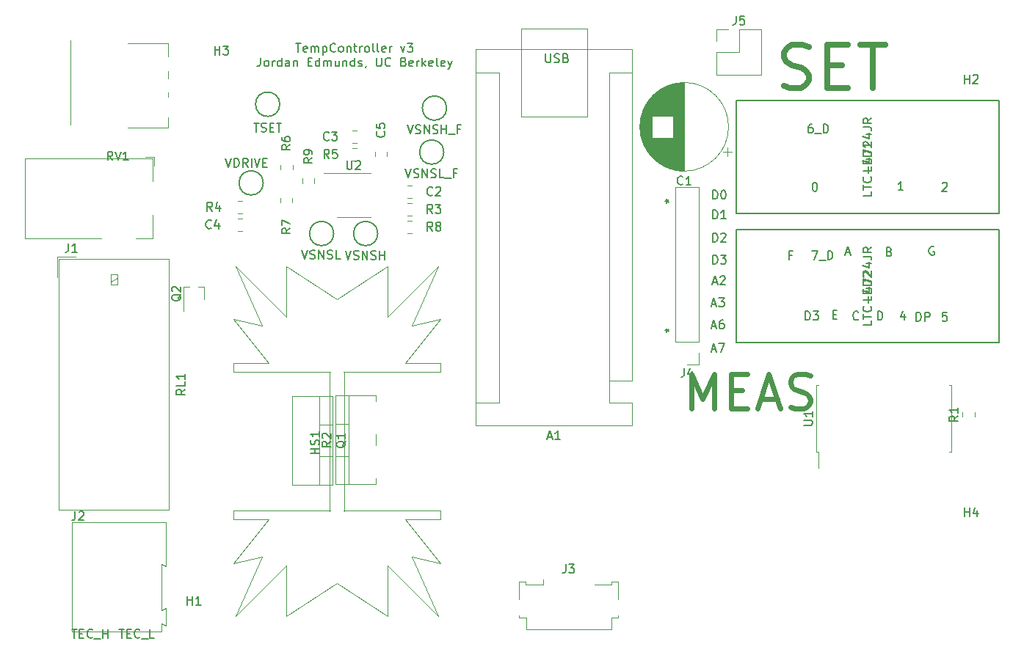
<source format=gbr>
%TF.GenerationSoftware,KiCad,Pcbnew,(5.1.6-0-10_14)*%
%TF.CreationDate,2021-01-23T16:50:38-08:00*%
%TF.ProjectId,temperatureController,74656d70-6572-4617-9475-7265436f6e74,rev?*%
%TF.SameCoordinates,Original*%
%TF.FileFunction,Legend,Top*%
%TF.FilePolarity,Positive*%
%FSLAX46Y46*%
G04 Gerber Fmt 4.6, Leading zero omitted, Abs format (unit mm)*
G04 Created by KiCad (PCBNEW (5.1.6-0-10_14)) date 2021-01-23 16:50:38*
%MOMM*%
%LPD*%
G01*
G04 APERTURE LIST*
%ADD10C,0.150000*%
%ADD11C,0.600000*%
%ADD12C,0.700000*%
%ADD13C,0.120000*%
%ADD14C,0.100000*%
%ADD15C,0.152400*%
G04 APERTURE END LIST*
D10*
X207208523Y-69937380D02*
X207018047Y-69937380D01*
X206922809Y-69985000D01*
X206875190Y-70032619D01*
X206779952Y-70175476D01*
X206732333Y-70365952D01*
X206732333Y-70746904D01*
X206779952Y-70842142D01*
X206827571Y-70889761D01*
X206922809Y-70937380D01*
X207113285Y-70937380D01*
X207208523Y-70889761D01*
X207256142Y-70842142D01*
X207303761Y-70746904D01*
X207303761Y-70508809D01*
X207256142Y-70413571D01*
X207208523Y-70365952D01*
X207113285Y-70318333D01*
X206922809Y-70318333D01*
X206827571Y-70365952D01*
X206779952Y-70413571D01*
X206732333Y-70508809D01*
X207494238Y-71032619D02*
X208256142Y-71032619D01*
X208494238Y-70937380D02*
X208494238Y-69937380D01*
X208732333Y-69937380D01*
X208875190Y-69985000D01*
X208970428Y-70080238D01*
X209018047Y-70175476D01*
X209065666Y-70365952D01*
X209065666Y-70508809D01*
X209018047Y-70699285D01*
X208970428Y-70794523D01*
X208875190Y-70889761D01*
X208732333Y-70937380D01*
X208494238Y-70937380D01*
X217709714Y-77541380D02*
X217138285Y-77541380D01*
X217424000Y-77541380D02*
X217424000Y-76541380D01*
X217328761Y-76684238D01*
X217233523Y-76779476D01*
X217138285Y-76827095D01*
X207470380Y-76668380D02*
X207565619Y-76668380D01*
X207660857Y-76716000D01*
X207708476Y-76763619D01*
X207756095Y-76858857D01*
X207803714Y-77049333D01*
X207803714Y-77287428D01*
X207756095Y-77477904D01*
X207708476Y-77573142D01*
X207660857Y-77620761D01*
X207565619Y-77668380D01*
X207470380Y-77668380D01*
X207375142Y-77620761D01*
X207327523Y-77573142D01*
X207279904Y-77477904D01*
X207232285Y-77287428D01*
X207232285Y-77049333D01*
X207279904Y-76858857D01*
X207327523Y-76763619D01*
X207375142Y-76716000D01*
X207470380Y-76668380D01*
X222218285Y-76763619D02*
X222265904Y-76716000D01*
X222361142Y-76668380D01*
X222599238Y-76668380D01*
X222694476Y-76716000D01*
X222742095Y-76763619D01*
X222789714Y-76858857D01*
X222789714Y-76954095D01*
X222742095Y-77096952D01*
X222170666Y-77668380D01*
X222789714Y-77668380D01*
X204866857Y-85018571D02*
X204533523Y-85018571D01*
X204533523Y-85542380D02*
X204533523Y-84542380D01*
X205009714Y-84542380D01*
X207192714Y-84542380D02*
X207859380Y-84542380D01*
X207430809Y-85542380D01*
X208002238Y-85637619D02*
X208764142Y-85637619D01*
X209002238Y-85542380D02*
X209002238Y-84542380D01*
X209240333Y-84542380D01*
X209383190Y-84590000D01*
X209478428Y-84685238D01*
X209526047Y-84780476D01*
X209573666Y-84970952D01*
X209573666Y-85113809D01*
X209526047Y-85304285D01*
X209478428Y-85399523D01*
X209383190Y-85494761D01*
X209240333Y-85542380D01*
X209002238Y-85542380D01*
X211089904Y-84748666D02*
X211566095Y-84748666D01*
X210994666Y-85034380D02*
X211328000Y-84034380D01*
X211661333Y-85034380D01*
X216098428Y-84637571D02*
X216241285Y-84685190D01*
X216288904Y-84732809D01*
X216336523Y-84828047D01*
X216336523Y-84970904D01*
X216288904Y-85066142D01*
X216241285Y-85113761D01*
X216146047Y-85161380D01*
X215765095Y-85161380D01*
X215765095Y-84161380D01*
X216098428Y-84161380D01*
X216193666Y-84209000D01*
X216241285Y-84256619D01*
X216288904Y-84351857D01*
X216288904Y-84447095D01*
X216241285Y-84542333D01*
X216193666Y-84589952D01*
X216098428Y-84637571D01*
X215765095Y-84637571D01*
X221241904Y-84082000D02*
X221146666Y-84034380D01*
X221003809Y-84034380D01*
X220860952Y-84082000D01*
X220765714Y-84177238D01*
X220718095Y-84272476D01*
X220670476Y-84462952D01*
X220670476Y-84605809D01*
X220718095Y-84796285D01*
X220765714Y-84891523D01*
X220860952Y-84986761D01*
X221003809Y-85034380D01*
X221099047Y-85034380D01*
X221241904Y-84986761D01*
X221289523Y-84939142D01*
X221289523Y-84605809D01*
X221099047Y-84605809D01*
X222742095Y-91654380D02*
X222265904Y-91654380D01*
X222218285Y-92130571D01*
X222265904Y-92082952D01*
X222361142Y-92035333D01*
X222599238Y-92035333D01*
X222694476Y-92082952D01*
X222742095Y-92130571D01*
X222789714Y-92225809D01*
X222789714Y-92463904D01*
X222742095Y-92559142D01*
X222694476Y-92606761D01*
X222599238Y-92654380D01*
X222361142Y-92654380D01*
X222265904Y-92606761D01*
X222218285Y-92559142D01*
X219202095Y-92654380D02*
X219202095Y-91654380D01*
X219440190Y-91654380D01*
X219583047Y-91702000D01*
X219678285Y-91797238D01*
X219725904Y-91892476D01*
X219773523Y-92082952D01*
X219773523Y-92225809D01*
X219725904Y-92416285D01*
X219678285Y-92511523D01*
X219583047Y-92606761D01*
X219440190Y-92654380D01*
X219202095Y-92654380D01*
X220202095Y-92654380D02*
X220202095Y-91654380D01*
X220583047Y-91654380D01*
X220678285Y-91702000D01*
X220725904Y-91749619D01*
X220773523Y-91844857D01*
X220773523Y-91987714D01*
X220725904Y-92082952D01*
X220678285Y-92130571D01*
X220583047Y-92178190D01*
X220202095Y-92178190D01*
X217868476Y-91860714D02*
X217868476Y-92527380D01*
X217630380Y-91479761D02*
X217392285Y-92194047D01*
X218011333Y-92194047D01*
X214749095Y-92527380D02*
X214749095Y-91527380D01*
X214987190Y-91527380D01*
X215130047Y-91575000D01*
X215225285Y-91670238D01*
X215272904Y-91765476D01*
X215320523Y-91955952D01*
X215320523Y-92098809D01*
X215272904Y-92289285D01*
X215225285Y-92384523D01*
X215130047Y-92479761D01*
X214987190Y-92527380D01*
X214749095Y-92527380D01*
X212526523Y-92432142D02*
X212478904Y-92479761D01*
X212336047Y-92527380D01*
X212240809Y-92527380D01*
X212097952Y-92479761D01*
X212002714Y-92384523D01*
X211955095Y-92289285D01*
X211907476Y-92098809D01*
X211907476Y-91955952D01*
X211955095Y-91765476D01*
X212002714Y-91670238D01*
X212097952Y-91575000D01*
X212240809Y-91527380D01*
X212336047Y-91527380D01*
X212478904Y-91575000D01*
X212526523Y-91622619D01*
X209589714Y-91876571D02*
X209923047Y-91876571D01*
X210065904Y-92400380D02*
X209589714Y-92400380D01*
X209589714Y-91400380D01*
X210065904Y-91400380D01*
X206398904Y-92527380D02*
X206398904Y-91527380D01*
X206637000Y-91527380D01*
X206779857Y-91575000D01*
X206875095Y-91670238D01*
X206922714Y-91765476D01*
X206970333Y-91955952D01*
X206970333Y-92098809D01*
X206922714Y-92289285D01*
X206875095Y-92384523D01*
X206779857Y-92479761D01*
X206637000Y-92527380D01*
X206398904Y-92527380D01*
X207303666Y-91527380D02*
X207922714Y-91527380D01*
X207589380Y-91908333D01*
X207732238Y-91908333D01*
X207827476Y-91955952D01*
X207875095Y-92003571D01*
X207922714Y-92098809D01*
X207922714Y-92336904D01*
X207875095Y-92432142D01*
X207827476Y-92479761D01*
X207732238Y-92527380D01*
X207446523Y-92527380D01*
X207351285Y-92479761D01*
X207303666Y-92432142D01*
X195627714Y-95924666D02*
X196103904Y-95924666D01*
X195532476Y-96210380D02*
X195865809Y-95210380D01*
X196199142Y-96210380D01*
X196437238Y-95210380D02*
X197103904Y-95210380D01*
X196675333Y-96210380D01*
X195627714Y-93257666D02*
X196103904Y-93257666D01*
X195532476Y-93543380D02*
X195865809Y-92543380D01*
X196199142Y-93543380D01*
X196961047Y-92543380D02*
X196770571Y-92543380D01*
X196675333Y-92591000D01*
X196627714Y-92638619D01*
X196532476Y-92781476D01*
X196484857Y-92971952D01*
X196484857Y-93352904D01*
X196532476Y-93448142D01*
X196580095Y-93495761D01*
X196675333Y-93543380D01*
X196865809Y-93543380D01*
X196961047Y-93495761D01*
X197008666Y-93448142D01*
X197056285Y-93352904D01*
X197056285Y-93114809D01*
X197008666Y-93019571D01*
X196961047Y-92971952D01*
X196865809Y-92924333D01*
X196675333Y-92924333D01*
X196580095Y-92971952D01*
X196532476Y-93019571D01*
X196484857Y-93114809D01*
X195627714Y-90717666D02*
X196103904Y-90717666D01*
X195532476Y-91003380D02*
X195865809Y-90003380D01*
X196199142Y-91003380D01*
X196437238Y-90003380D02*
X197056285Y-90003380D01*
X196722952Y-90384333D01*
X196865809Y-90384333D01*
X196961047Y-90431952D01*
X197008666Y-90479571D01*
X197056285Y-90574809D01*
X197056285Y-90812904D01*
X197008666Y-90908142D01*
X196961047Y-90955761D01*
X196865809Y-91003380D01*
X196580095Y-91003380D01*
X196484857Y-90955761D01*
X196437238Y-90908142D01*
X195754714Y-88177666D02*
X196230904Y-88177666D01*
X195659476Y-88463380D02*
X195992809Y-87463380D01*
X196326142Y-88463380D01*
X196611857Y-87558619D02*
X196659476Y-87511000D01*
X196754714Y-87463380D01*
X196992809Y-87463380D01*
X197088047Y-87511000D01*
X197135666Y-87558619D01*
X197183285Y-87653857D01*
X197183285Y-87749095D01*
X197135666Y-87891952D01*
X196564238Y-88463380D01*
X197183285Y-88463380D01*
X195730904Y-86050380D02*
X195730904Y-85050380D01*
X195969000Y-85050380D01*
X196111857Y-85098000D01*
X196207095Y-85193238D01*
X196254714Y-85288476D01*
X196302333Y-85478952D01*
X196302333Y-85621809D01*
X196254714Y-85812285D01*
X196207095Y-85907523D01*
X196111857Y-86002761D01*
X195969000Y-86050380D01*
X195730904Y-86050380D01*
X196635666Y-85050380D02*
X197254714Y-85050380D01*
X196921380Y-85431333D01*
X197064238Y-85431333D01*
X197159476Y-85478952D01*
X197207095Y-85526571D01*
X197254714Y-85621809D01*
X197254714Y-85859904D01*
X197207095Y-85955142D01*
X197159476Y-86002761D01*
X197064238Y-86050380D01*
X196778523Y-86050380D01*
X196683285Y-86002761D01*
X196635666Y-85955142D01*
X195730904Y-83510380D02*
X195730904Y-82510380D01*
X195969000Y-82510380D01*
X196111857Y-82558000D01*
X196207095Y-82653238D01*
X196254714Y-82748476D01*
X196302333Y-82938952D01*
X196302333Y-83081809D01*
X196254714Y-83272285D01*
X196207095Y-83367523D01*
X196111857Y-83462761D01*
X195969000Y-83510380D01*
X195730904Y-83510380D01*
X196683285Y-82605619D02*
X196730904Y-82558000D01*
X196826142Y-82510380D01*
X197064238Y-82510380D01*
X197159476Y-82558000D01*
X197207095Y-82605619D01*
X197254714Y-82700857D01*
X197254714Y-82796095D01*
X197207095Y-82938952D01*
X196635666Y-83510380D01*
X197254714Y-83510380D01*
X195730904Y-80843380D02*
X195730904Y-79843380D01*
X195969000Y-79843380D01*
X196111857Y-79891000D01*
X196207095Y-79986238D01*
X196254714Y-80081476D01*
X196302333Y-80271952D01*
X196302333Y-80414809D01*
X196254714Y-80605285D01*
X196207095Y-80700523D01*
X196111857Y-80795761D01*
X195969000Y-80843380D01*
X195730904Y-80843380D01*
X197254714Y-80843380D02*
X196683285Y-80843380D01*
X196969000Y-80843380D02*
X196969000Y-79843380D01*
X196873761Y-79986238D01*
X196778523Y-80081476D01*
X196683285Y-80129095D01*
X195730904Y-78557380D02*
X195730904Y-77557380D01*
X195969000Y-77557380D01*
X196111857Y-77605000D01*
X196207095Y-77700238D01*
X196254714Y-77795476D01*
X196302333Y-77985952D01*
X196302333Y-78128809D01*
X196254714Y-78319285D01*
X196207095Y-78414523D01*
X196111857Y-78509761D01*
X195969000Y-78557380D01*
X195730904Y-78557380D01*
X196921380Y-77557380D02*
X197016619Y-77557380D01*
X197111857Y-77605000D01*
X197159476Y-77652619D01*
X197207095Y-77747857D01*
X197254714Y-77938333D01*
X197254714Y-78176428D01*
X197207095Y-78366904D01*
X197159476Y-78462142D01*
X197111857Y-78509761D01*
X197016619Y-78557380D01*
X196921380Y-78557380D01*
X196826142Y-78509761D01*
X196778523Y-78462142D01*
X196730904Y-78366904D01*
X196683285Y-78176428D01*
X196683285Y-77938333D01*
X196730904Y-77747857D01*
X196778523Y-77652619D01*
X196826142Y-77605000D01*
X196921380Y-77557380D01*
D11*
X193263095Y-102774523D02*
X193263095Y-98774523D01*
X194596428Y-101631666D01*
X195929761Y-98774523D01*
X195929761Y-102774523D01*
X197834523Y-100679285D02*
X199167857Y-100679285D01*
X199739285Y-102774523D02*
X197834523Y-102774523D01*
X197834523Y-98774523D01*
X199739285Y-98774523D01*
X201263095Y-101631666D02*
X203167857Y-101631666D01*
X200882142Y-102774523D02*
X202215476Y-98774523D01*
X203548809Y-102774523D01*
X204691666Y-102584047D02*
X205263095Y-102774523D01*
X206215476Y-102774523D01*
X206596428Y-102584047D01*
X206786904Y-102393571D01*
X206977380Y-102012619D01*
X206977380Y-101631666D01*
X206786904Y-101250714D01*
X206596428Y-101060238D01*
X206215476Y-100869761D01*
X205453571Y-100679285D01*
X205072619Y-100488809D01*
X204882142Y-100298333D01*
X204691666Y-99917380D01*
X204691666Y-99536428D01*
X204882142Y-99155476D01*
X205072619Y-98965000D01*
X205453571Y-98774523D01*
X206405952Y-98774523D01*
X206977380Y-98965000D01*
D10*
X127262190Y-128230380D02*
X127833619Y-128230380D01*
X127547904Y-129230380D02*
X127547904Y-128230380D01*
X128166952Y-128706571D02*
X128500285Y-128706571D01*
X128643142Y-129230380D02*
X128166952Y-129230380D01*
X128166952Y-128230380D01*
X128643142Y-128230380D01*
X129643142Y-129135142D02*
X129595523Y-129182761D01*
X129452666Y-129230380D01*
X129357428Y-129230380D01*
X129214571Y-129182761D01*
X129119333Y-129087523D01*
X129071714Y-128992285D01*
X129024095Y-128801809D01*
X129024095Y-128658952D01*
X129071714Y-128468476D01*
X129119333Y-128373238D01*
X129214571Y-128278000D01*
X129357428Y-128230380D01*
X129452666Y-128230380D01*
X129595523Y-128278000D01*
X129643142Y-128325619D01*
X129833619Y-129325619D02*
X130595523Y-129325619D01*
X131309809Y-129230380D02*
X130833619Y-129230380D01*
X130833619Y-128230380D01*
X121809142Y-128230380D02*
X122380571Y-128230380D01*
X122094857Y-129230380D02*
X122094857Y-128230380D01*
X122713904Y-128706571D02*
X123047238Y-128706571D01*
X123190095Y-129230380D02*
X122713904Y-129230380D01*
X122713904Y-128230380D01*
X123190095Y-128230380D01*
X124190095Y-129135142D02*
X124142476Y-129182761D01*
X123999619Y-129230380D01*
X123904380Y-129230380D01*
X123761523Y-129182761D01*
X123666285Y-129087523D01*
X123618666Y-128992285D01*
X123571047Y-128801809D01*
X123571047Y-128658952D01*
X123618666Y-128468476D01*
X123666285Y-128373238D01*
X123761523Y-128278000D01*
X123904380Y-128230380D01*
X123999619Y-128230380D01*
X124142476Y-128278000D01*
X124190095Y-128325619D01*
X124380571Y-129325619D02*
X125142476Y-129325619D01*
X125380571Y-129230380D02*
X125380571Y-128230380D01*
X125380571Y-128706571D02*
X125952000Y-128706571D01*
X125952000Y-129230380D02*
X125952000Y-128230380D01*
X147646285Y-60603380D02*
X148217714Y-60603380D01*
X147932000Y-61603380D02*
X147932000Y-60603380D01*
X148932000Y-61555761D02*
X148836761Y-61603380D01*
X148646285Y-61603380D01*
X148551047Y-61555761D01*
X148503428Y-61460523D01*
X148503428Y-61079571D01*
X148551047Y-60984333D01*
X148646285Y-60936714D01*
X148836761Y-60936714D01*
X148932000Y-60984333D01*
X148979619Y-61079571D01*
X148979619Y-61174809D01*
X148503428Y-61270047D01*
X149408190Y-61603380D02*
X149408190Y-60936714D01*
X149408190Y-61031952D02*
X149455809Y-60984333D01*
X149551047Y-60936714D01*
X149693904Y-60936714D01*
X149789142Y-60984333D01*
X149836761Y-61079571D01*
X149836761Y-61603380D01*
X149836761Y-61079571D02*
X149884380Y-60984333D01*
X149979619Y-60936714D01*
X150122476Y-60936714D01*
X150217714Y-60984333D01*
X150265333Y-61079571D01*
X150265333Y-61603380D01*
X150741523Y-60936714D02*
X150741523Y-61936714D01*
X150741523Y-60984333D02*
X150836761Y-60936714D01*
X151027238Y-60936714D01*
X151122476Y-60984333D01*
X151170095Y-61031952D01*
X151217714Y-61127190D01*
X151217714Y-61412904D01*
X151170095Y-61508142D01*
X151122476Y-61555761D01*
X151027238Y-61603380D01*
X150836761Y-61603380D01*
X150741523Y-61555761D01*
X152217714Y-61508142D02*
X152170095Y-61555761D01*
X152027238Y-61603380D01*
X151932000Y-61603380D01*
X151789142Y-61555761D01*
X151693904Y-61460523D01*
X151646285Y-61365285D01*
X151598666Y-61174809D01*
X151598666Y-61031952D01*
X151646285Y-60841476D01*
X151693904Y-60746238D01*
X151789142Y-60651000D01*
X151932000Y-60603380D01*
X152027238Y-60603380D01*
X152170095Y-60651000D01*
X152217714Y-60698619D01*
X152789142Y-61603380D02*
X152693904Y-61555761D01*
X152646285Y-61508142D01*
X152598666Y-61412904D01*
X152598666Y-61127190D01*
X152646285Y-61031952D01*
X152693904Y-60984333D01*
X152789142Y-60936714D01*
X152932000Y-60936714D01*
X153027238Y-60984333D01*
X153074857Y-61031952D01*
X153122476Y-61127190D01*
X153122476Y-61412904D01*
X153074857Y-61508142D01*
X153027238Y-61555761D01*
X152932000Y-61603380D01*
X152789142Y-61603380D01*
X153551047Y-60936714D02*
X153551047Y-61603380D01*
X153551047Y-61031952D02*
X153598666Y-60984333D01*
X153693904Y-60936714D01*
X153836761Y-60936714D01*
X153932000Y-60984333D01*
X153979619Y-61079571D01*
X153979619Y-61603380D01*
X154312952Y-60936714D02*
X154693904Y-60936714D01*
X154455809Y-60603380D02*
X154455809Y-61460523D01*
X154503428Y-61555761D01*
X154598666Y-61603380D01*
X154693904Y-61603380D01*
X155027238Y-61603380D02*
X155027238Y-60936714D01*
X155027238Y-61127190D02*
X155074857Y-61031952D01*
X155122476Y-60984333D01*
X155217714Y-60936714D01*
X155312952Y-60936714D01*
X155789142Y-61603380D02*
X155693904Y-61555761D01*
X155646285Y-61508142D01*
X155598666Y-61412904D01*
X155598666Y-61127190D01*
X155646285Y-61031952D01*
X155693904Y-60984333D01*
X155789142Y-60936714D01*
X155932000Y-60936714D01*
X156027238Y-60984333D01*
X156074857Y-61031952D01*
X156122476Y-61127190D01*
X156122476Y-61412904D01*
X156074857Y-61508142D01*
X156027238Y-61555761D01*
X155932000Y-61603380D01*
X155789142Y-61603380D01*
X156693904Y-61603380D02*
X156598666Y-61555761D01*
X156551047Y-61460523D01*
X156551047Y-60603380D01*
X157217714Y-61603380D02*
X157122476Y-61555761D01*
X157074857Y-61460523D01*
X157074857Y-60603380D01*
X157979619Y-61555761D02*
X157884380Y-61603380D01*
X157693904Y-61603380D01*
X157598666Y-61555761D01*
X157551047Y-61460523D01*
X157551047Y-61079571D01*
X157598666Y-60984333D01*
X157693904Y-60936714D01*
X157884380Y-60936714D01*
X157979619Y-60984333D01*
X158027238Y-61079571D01*
X158027238Y-61174809D01*
X157551047Y-61270047D01*
X158455809Y-61603380D02*
X158455809Y-60936714D01*
X158455809Y-61127190D02*
X158503428Y-61031952D01*
X158551047Y-60984333D01*
X158646285Y-60936714D01*
X158741523Y-60936714D01*
X159741523Y-60936714D02*
X159979619Y-61603380D01*
X160217714Y-60936714D01*
X160503428Y-60603380D02*
X161122476Y-60603380D01*
X160789142Y-60984333D01*
X160932000Y-60984333D01*
X161027238Y-61031952D01*
X161074857Y-61079571D01*
X161122476Y-61174809D01*
X161122476Y-61412904D01*
X161074857Y-61508142D01*
X161027238Y-61555761D01*
X160932000Y-61603380D01*
X160646285Y-61603380D01*
X160551047Y-61555761D01*
X160503428Y-61508142D01*
X143574857Y-62253380D02*
X143574857Y-62967666D01*
X143527238Y-63110523D01*
X143432000Y-63205761D01*
X143289142Y-63253380D01*
X143193904Y-63253380D01*
X144193904Y-63253380D02*
X144098666Y-63205761D01*
X144051047Y-63158142D01*
X144003428Y-63062904D01*
X144003428Y-62777190D01*
X144051047Y-62681952D01*
X144098666Y-62634333D01*
X144193904Y-62586714D01*
X144336761Y-62586714D01*
X144432000Y-62634333D01*
X144479619Y-62681952D01*
X144527238Y-62777190D01*
X144527238Y-63062904D01*
X144479619Y-63158142D01*
X144432000Y-63205761D01*
X144336761Y-63253380D01*
X144193904Y-63253380D01*
X144955809Y-63253380D02*
X144955809Y-62586714D01*
X144955809Y-62777190D02*
X145003428Y-62681952D01*
X145051047Y-62634333D01*
X145146285Y-62586714D01*
X145241523Y-62586714D01*
X146003428Y-63253380D02*
X146003428Y-62253380D01*
X146003428Y-63205761D02*
X145908190Y-63253380D01*
X145717714Y-63253380D01*
X145622476Y-63205761D01*
X145574857Y-63158142D01*
X145527238Y-63062904D01*
X145527238Y-62777190D01*
X145574857Y-62681952D01*
X145622476Y-62634333D01*
X145717714Y-62586714D01*
X145908190Y-62586714D01*
X146003428Y-62634333D01*
X146908190Y-63253380D02*
X146908190Y-62729571D01*
X146860571Y-62634333D01*
X146765333Y-62586714D01*
X146574857Y-62586714D01*
X146479619Y-62634333D01*
X146908190Y-63205761D02*
X146812952Y-63253380D01*
X146574857Y-63253380D01*
X146479619Y-63205761D01*
X146432000Y-63110523D01*
X146432000Y-63015285D01*
X146479619Y-62920047D01*
X146574857Y-62872428D01*
X146812952Y-62872428D01*
X146908190Y-62824809D01*
X147384380Y-62586714D02*
X147384380Y-63253380D01*
X147384380Y-62681952D02*
X147432000Y-62634333D01*
X147527238Y-62586714D01*
X147670095Y-62586714D01*
X147765333Y-62634333D01*
X147812952Y-62729571D01*
X147812952Y-63253380D01*
X149051047Y-62729571D02*
X149384380Y-62729571D01*
X149527238Y-63253380D02*
X149051047Y-63253380D01*
X149051047Y-62253380D01*
X149527238Y-62253380D01*
X150384380Y-63253380D02*
X150384380Y-62253380D01*
X150384380Y-63205761D02*
X150289142Y-63253380D01*
X150098666Y-63253380D01*
X150003428Y-63205761D01*
X149955809Y-63158142D01*
X149908190Y-63062904D01*
X149908190Y-62777190D01*
X149955809Y-62681952D01*
X150003428Y-62634333D01*
X150098666Y-62586714D01*
X150289142Y-62586714D01*
X150384380Y-62634333D01*
X150860571Y-63253380D02*
X150860571Y-62586714D01*
X150860571Y-62681952D02*
X150908190Y-62634333D01*
X151003428Y-62586714D01*
X151146285Y-62586714D01*
X151241523Y-62634333D01*
X151289142Y-62729571D01*
X151289142Y-63253380D01*
X151289142Y-62729571D02*
X151336761Y-62634333D01*
X151432000Y-62586714D01*
X151574857Y-62586714D01*
X151670095Y-62634333D01*
X151717714Y-62729571D01*
X151717714Y-63253380D01*
X152622476Y-62586714D02*
X152622476Y-63253380D01*
X152193904Y-62586714D02*
X152193904Y-63110523D01*
X152241523Y-63205761D01*
X152336761Y-63253380D01*
X152479619Y-63253380D01*
X152574857Y-63205761D01*
X152622476Y-63158142D01*
X153098666Y-62586714D02*
X153098666Y-63253380D01*
X153098666Y-62681952D02*
X153146285Y-62634333D01*
X153241523Y-62586714D01*
X153384380Y-62586714D01*
X153479619Y-62634333D01*
X153527238Y-62729571D01*
X153527238Y-63253380D01*
X154432000Y-63253380D02*
X154432000Y-62253380D01*
X154432000Y-63205761D02*
X154336761Y-63253380D01*
X154146285Y-63253380D01*
X154051047Y-63205761D01*
X154003428Y-63158142D01*
X153955809Y-63062904D01*
X153955809Y-62777190D01*
X154003428Y-62681952D01*
X154051047Y-62634333D01*
X154146285Y-62586714D01*
X154336761Y-62586714D01*
X154432000Y-62634333D01*
X154860571Y-63205761D02*
X154955809Y-63253380D01*
X155146285Y-63253380D01*
X155241523Y-63205761D01*
X155289142Y-63110523D01*
X155289142Y-63062904D01*
X155241523Y-62967666D01*
X155146285Y-62920047D01*
X155003428Y-62920047D01*
X154908190Y-62872428D01*
X154860571Y-62777190D01*
X154860571Y-62729571D01*
X154908190Y-62634333D01*
X155003428Y-62586714D01*
X155146285Y-62586714D01*
X155241523Y-62634333D01*
X155765333Y-63205761D02*
X155765333Y-63253380D01*
X155717714Y-63348619D01*
X155670095Y-63396238D01*
X156955809Y-62253380D02*
X156955809Y-63062904D01*
X157003428Y-63158142D01*
X157051047Y-63205761D01*
X157146285Y-63253380D01*
X157336761Y-63253380D01*
X157432000Y-63205761D01*
X157479619Y-63158142D01*
X157527238Y-63062904D01*
X157527238Y-62253380D01*
X158574857Y-63158142D02*
X158527238Y-63205761D01*
X158384380Y-63253380D01*
X158289142Y-63253380D01*
X158146285Y-63205761D01*
X158051047Y-63110523D01*
X158003428Y-63015285D01*
X157955809Y-62824809D01*
X157955809Y-62681952D01*
X158003428Y-62491476D01*
X158051047Y-62396238D01*
X158146285Y-62301000D01*
X158289142Y-62253380D01*
X158384380Y-62253380D01*
X158527238Y-62301000D01*
X158574857Y-62348619D01*
X160098666Y-62729571D02*
X160241523Y-62777190D01*
X160289142Y-62824809D01*
X160336761Y-62920047D01*
X160336761Y-63062904D01*
X160289142Y-63158142D01*
X160241523Y-63205761D01*
X160146285Y-63253380D01*
X159765333Y-63253380D01*
X159765333Y-62253380D01*
X160098666Y-62253380D01*
X160193904Y-62301000D01*
X160241523Y-62348619D01*
X160289142Y-62443857D01*
X160289142Y-62539095D01*
X160241523Y-62634333D01*
X160193904Y-62681952D01*
X160098666Y-62729571D01*
X159765333Y-62729571D01*
X161146285Y-63205761D02*
X161051047Y-63253380D01*
X160860571Y-63253380D01*
X160765333Y-63205761D01*
X160717714Y-63110523D01*
X160717714Y-62729571D01*
X160765333Y-62634333D01*
X160860571Y-62586714D01*
X161051047Y-62586714D01*
X161146285Y-62634333D01*
X161193904Y-62729571D01*
X161193904Y-62824809D01*
X160717714Y-62920047D01*
X161622476Y-63253380D02*
X161622476Y-62586714D01*
X161622476Y-62777190D02*
X161670095Y-62681952D01*
X161717714Y-62634333D01*
X161812952Y-62586714D01*
X161908190Y-62586714D01*
X162241523Y-63253380D02*
X162241523Y-62253380D01*
X162336761Y-62872428D02*
X162622476Y-63253380D01*
X162622476Y-62586714D02*
X162241523Y-62967666D01*
X163432000Y-63205761D02*
X163336761Y-63253380D01*
X163146285Y-63253380D01*
X163051047Y-63205761D01*
X163003428Y-63110523D01*
X163003428Y-62729571D01*
X163051047Y-62634333D01*
X163146285Y-62586714D01*
X163336761Y-62586714D01*
X163432000Y-62634333D01*
X163479619Y-62729571D01*
X163479619Y-62824809D01*
X163003428Y-62920047D01*
X164051047Y-63253380D02*
X163955809Y-63205761D01*
X163908190Y-63110523D01*
X163908190Y-62253380D01*
X164812952Y-63205761D02*
X164717714Y-63253380D01*
X164527238Y-63253380D01*
X164432000Y-63205761D01*
X164384380Y-63110523D01*
X164384380Y-62729571D01*
X164432000Y-62634333D01*
X164527238Y-62586714D01*
X164717714Y-62586714D01*
X164812952Y-62634333D01*
X164860571Y-62729571D01*
X164860571Y-62824809D01*
X164384380Y-62920047D01*
X165193904Y-62586714D02*
X165432000Y-63253380D01*
X165670095Y-62586714D02*
X165432000Y-63253380D01*
X165336761Y-63491476D01*
X165289142Y-63539095D01*
X165193904Y-63586714D01*
D12*
X203954761Y-65523809D02*
X204669047Y-65761904D01*
X205859523Y-65761904D01*
X206335714Y-65523809D01*
X206573809Y-65285714D01*
X206811904Y-64809523D01*
X206811904Y-64333333D01*
X206573809Y-63857142D01*
X206335714Y-63619047D01*
X205859523Y-63380952D01*
X204907142Y-63142857D01*
X204430952Y-62904761D01*
X204192857Y-62666666D01*
X203954761Y-62190476D01*
X203954761Y-61714285D01*
X204192857Y-61238095D01*
X204430952Y-61000000D01*
X204907142Y-60761904D01*
X206097619Y-60761904D01*
X206811904Y-61000000D01*
X208954761Y-63142857D02*
X210621428Y-63142857D01*
X211335714Y-65761904D02*
X208954761Y-65761904D01*
X208954761Y-60761904D01*
X211335714Y-60761904D01*
X212764285Y-60761904D02*
X215621428Y-60761904D01*
X214192857Y-65761904D02*
X214192857Y-60761904D01*
D13*
%TO.C,C5*%
X156770000Y-73667252D02*
X156770000Y-73144748D01*
X158190000Y-73667252D02*
X158190000Y-73144748D01*
%TO.C,HS1*%
X151550000Y-106680000D02*
X151550000Y-114580000D01*
X153250000Y-106680000D02*
X153250000Y-114580000D01*
X151550000Y-106680000D02*
X151550000Y-98780000D01*
X153250000Y-106680000D02*
X153250000Y-98780000D01*
X151638000Y-114554000D02*
X140462000Y-114554000D01*
X140462000Y-114554000D02*
X140462000Y-115570000D01*
X140462000Y-115570000D02*
X144526000Y-115570000D01*
X144526000Y-115570000D02*
X140462000Y-120650000D01*
X140462000Y-120650000D02*
X143764000Y-119888000D01*
X143764000Y-119888000D02*
X140716000Y-126746000D01*
X140716000Y-126746000D02*
X146558000Y-120904000D01*
X146558000Y-120904000D02*
X146558000Y-126746000D01*
X146558000Y-126746000D02*
X152400000Y-122936000D01*
X153162000Y-114554000D02*
X164338000Y-114554000D01*
X164338000Y-115570000D02*
X160274000Y-115570000D01*
X158242000Y-126746000D02*
X152400000Y-122936000D01*
X161036000Y-119888000D02*
X164084000Y-126746000D01*
X164338000Y-114554000D02*
X164338000Y-115570000D01*
X160274000Y-115570000D02*
X164338000Y-120650000D01*
X164084000Y-126746000D02*
X158242000Y-120904000D01*
X164338000Y-120650000D02*
X161036000Y-119888000D01*
X158242000Y-120904000D02*
X158242000Y-126746000D01*
X151638000Y-98552000D02*
X140462000Y-98552000D01*
X140462000Y-97536000D02*
X144526000Y-97536000D01*
X146558000Y-86360000D02*
X152400000Y-90170000D01*
X143764000Y-93218000D02*
X140716000Y-86360000D01*
X151550000Y-106426000D02*
X151550000Y-98526000D01*
X153250000Y-106426000D02*
X153250000Y-98526000D01*
X140462000Y-98552000D02*
X140462000Y-97536000D01*
X144526000Y-97536000D02*
X140462000Y-92456000D01*
X140716000Y-86360000D02*
X146558000Y-92202000D01*
X164338000Y-98552000D02*
X164338000Y-97536000D01*
X161036000Y-93218000D02*
X164084000Y-86360000D01*
X164084000Y-86360000D02*
X158242000Y-92202000D01*
X160274000Y-97536000D02*
X164338000Y-92456000D01*
X164338000Y-92456000D02*
X161036000Y-93218000D01*
X158242000Y-86360000D02*
X152400000Y-90170000D01*
X164338000Y-97536000D02*
X160274000Y-97536000D01*
X153162000Y-98552000D02*
X164338000Y-98552000D01*
X140462000Y-92456000D02*
X143764000Y-93218000D01*
X146558000Y-92202000D02*
X146558000Y-86360000D01*
X158242000Y-92202000D02*
X158242000Y-86360000D01*
%TO.C,U2*%
X154305000Y-80665000D02*
X156255000Y-80665000D01*
X154305000Y-80665000D02*
X152355000Y-80665000D01*
X154305000Y-75545000D02*
X156255000Y-75545000D01*
X154305000Y-75545000D02*
X150855000Y-75545000D01*
%TO.C,RL1*%
X133036000Y-114470000D02*
X133036000Y-85470000D01*
X133036000Y-85470000D02*
X120336000Y-85470000D01*
X120336000Y-85470000D02*
X120336000Y-114470000D01*
X120336000Y-114470000D02*
X133036000Y-114470000D01*
X126336000Y-88070000D02*
X127036000Y-87670000D01*
X127036000Y-88470000D02*
X127036000Y-87270000D01*
X127036000Y-87270000D02*
X126336000Y-87270000D01*
X126336000Y-87270000D02*
X126336000Y-88470000D01*
X126336000Y-88470000D02*
X127036000Y-88470000D01*
X120096000Y-87570000D02*
X120096000Y-85230000D01*
X120096000Y-85230000D02*
X122286000Y-85230000D01*
%TO.C,R9*%
X148388000Y-76724252D02*
X148388000Y-76201748D01*
X149808000Y-76724252D02*
X149808000Y-76201748D01*
%TO.C,R8*%
X161034252Y-82498000D02*
X160511748Y-82498000D01*
X161034252Y-81078000D02*
X160511748Y-81078000D01*
%TO.C,R7*%
X147268000Y-78469748D02*
X147268000Y-78992252D01*
X145848000Y-78469748D02*
X145848000Y-78992252D01*
%TO.C,R6*%
X147277000Y-74668748D02*
X147277000Y-75191252D01*
X145857000Y-74668748D02*
X145857000Y-75191252D01*
%TO.C,Q2*%
X136390000Y-88733000D02*
X137050000Y-88733000D01*
X134720000Y-88733000D02*
X135390000Y-88733000D01*
X134730000Y-88733000D02*
X134730000Y-91468000D01*
X137050000Y-90143000D02*
X137050000Y-88733000D01*
%TO.C,J5*%
X196155000Y-64195000D02*
X201355000Y-64195000D01*
X196155000Y-61595000D02*
X196155000Y-64195000D01*
X201355000Y-58995000D02*
X201355000Y-64195000D01*
X196155000Y-61595000D02*
X198755000Y-61595000D01*
X198755000Y-61595000D02*
X198755000Y-58995000D01*
X198755000Y-58995000D02*
X201355000Y-58995000D01*
X196155000Y-60325000D02*
X196155000Y-58995000D01*
X196155000Y-58995000D02*
X197485000Y-58995000D01*
%TO.C,C4*%
X140971748Y-80824000D02*
X141494252Y-80824000D01*
X140971748Y-82244000D02*
X141494252Y-82244000D01*
%TO.C,A1*%
X183769000Y-99504500D02*
X183769000Y-102044500D01*
X183769000Y-102044500D02*
X186439000Y-102044500D01*
X186439000Y-99504500D02*
X186439000Y-61274500D01*
X186439000Y-104714500D02*
X186439000Y-102044500D01*
X171069000Y-102044500D02*
X168399000Y-102044500D01*
X171069000Y-102044500D02*
X171069000Y-63944500D01*
X171069000Y-63944500D02*
X168399000Y-63944500D01*
X183769000Y-99504500D02*
X186439000Y-99504500D01*
X183769000Y-99504500D02*
X183769000Y-63944500D01*
X183769000Y-63944500D02*
X186439000Y-63944500D01*
D14*
X181229000Y-69024500D02*
X173609000Y-69024500D01*
X173609000Y-69024500D02*
X173609000Y-58864500D01*
X173609000Y-58864500D02*
X181229000Y-58864500D01*
X181229000Y-58864500D02*
X181229000Y-69024500D01*
D13*
X186439000Y-61274500D02*
X168399000Y-61274500D01*
X168399000Y-61274500D02*
X168399000Y-104714500D01*
X168399000Y-104714500D02*
X186439000Y-104714500D01*
%TO.C,R2*%
X152225000Y-104535000D02*
X153734000Y-104535000D01*
X152225000Y-108235000D02*
X153734000Y-108235000D01*
X153734000Y-111506000D02*
X153734000Y-101265000D01*
X152225000Y-101265000D02*
X156866000Y-101265000D01*
X152225000Y-111506000D02*
X156866000Y-111506000D01*
X156866000Y-101920000D02*
X156866000Y-101265000D01*
X156845000Y-107006000D02*
X156845000Y-105721000D01*
X156866000Y-111506000D02*
X156866000Y-110835000D01*
X152225000Y-111506000D02*
X152225000Y-101265000D01*
D10*
%TO.C,TP4*%
X143894000Y-76708000D02*
G75*
G03*
X143894000Y-76708000I-1400000J0D01*
G01*
%TO.C,TP6*%
X157102000Y-82550000D02*
G75*
G03*
X157102000Y-82550000I-1400000J0D01*
G01*
%TO.C,TP5*%
X165039500Y-68072000D02*
G75*
G03*
X165039500Y-68072000I-1400000J0D01*
G01*
%TO.C,TP2*%
X164722000Y-73152000D02*
G75*
G03*
X164722000Y-73152000I-1400000J0D01*
G01*
D13*
%TO.C,R5*%
X154179748Y-74116000D02*
X154702252Y-74116000D01*
X154179748Y-72696000D02*
X154702252Y-72696000D01*
%TO.C,R3*%
X160529748Y-80466000D02*
X161052252Y-80466000D01*
X160529748Y-79046000D02*
X161052252Y-79046000D01*
%TO.C,C3*%
X154170748Y-72075000D02*
X154693252Y-72075000D01*
X154170748Y-70655000D02*
X154693252Y-70655000D01*
%TO.C,C2*%
X161052252Y-77014000D02*
X160529748Y-77014000D01*
X161052252Y-78434000D02*
X160529748Y-78434000D01*
D10*
%TO.C,TP1*%
X152022000Y-82550000D02*
G75*
G03*
X152022000Y-82550000I-1400000J0D01*
G01*
D13*
%TO.C,J3*%
X176148100Y-122491200D02*
X176148100Y-123081200D01*
X176148100Y-123081200D02*
X174168100Y-123081200D01*
X174168100Y-123081200D02*
X174168100Y-122731200D01*
X174168100Y-122731200D02*
X173398100Y-122731200D01*
X173398100Y-122731200D02*
X173398100Y-124781200D01*
X173398100Y-126601200D02*
X173398100Y-126901200D01*
X173398100Y-126901200D02*
X174198100Y-126901200D01*
X174198100Y-126901200D02*
X174198100Y-128201200D01*
X174198100Y-128201200D02*
X184018100Y-128201200D01*
X184018100Y-128201200D02*
X184018100Y-126901200D01*
X184018100Y-126901200D02*
X184818100Y-126901200D01*
X184818100Y-126901200D02*
X184818100Y-126601200D01*
X184818100Y-124781200D02*
X184818100Y-122731200D01*
X184818100Y-122731200D02*
X184048100Y-122731200D01*
X184048100Y-122731200D02*
X184048100Y-123081200D01*
X184048100Y-123081200D02*
X182068100Y-123081200D01*
%TO.C,R4*%
X140971748Y-78792000D02*
X141494252Y-78792000D01*
X140971748Y-80212000D02*
X141494252Y-80212000D01*
%TO.C,Q1*%
X151860000Y-101306000D02*
X151860000Y-111546000D01*
X147219000Y-101306000D02*
X147219000Y-111546000D01*
X151860000Y-101306000D02*
X147219000Y-101306000D01*
X151860000Y-111546000D02*
X147219000Y-111546000D01*
X150350000Y-101306000D02*
X150350000Y-111546000D01*
X151860000Y-104576000D02*
X150350000Y-104576000D01*
X151860000Y-108277000D02*
X150350000Y-108277000D01*
D10*
%TO.C,TP3*%
X145799000Y-67627500D02*
G75*
G03*
X145799000Y-67627500I-1400000J0D01*
G01*
D13*
%TO.C,U1*%
X223265500Y-103900500D02*
X223265500Y-100040500D01*
X223265500Y-100040500D02*
X223000500Y-100040500D01*
X223265500Y-103900500D02*
X223265500Y-107760500D01*
X223265500Y-107760500D02*
X223000500Y-107760500D01*
X207645500Y-103900500D02*
X207645500Y-100040500D01*
X207645500Y-100040500D02*
X207910500Y-100040500D01*
X207645500Y-103900500D02*
X207645500Y-107760500D01*
X207645500Y-107760500D02*
X207910500Y-107760500D01*
X207910500Y-107760500D02*
X207910500Y-109575500D01*
%TO.C,RV1*%
X121633000Y-60266000D02*
X121633000Y-70006000D01*
X132945000Y-60604000D02*
X132945000Y-62094000D01*
X132945000Y-70354000D02*
X128225000Y-70354000D01*
X132945000Y-60604000D02*
X128225000Y-60604000D01*
X132945000Y-69164000D02*
X132945000Y-70344000D01*
X132945000Y-66264000D02*
X132945000Y-66794000D01*
X132945000Y-63814000D02*
X132945000Y-64644000D01*
%TO.C,R1*%
X224524500Y-103711752D02*
X224524500Y-103189248D01*
X225944500Y-103711752D02*
X225944500Y-103189248D01*
D15*
%TO.C,LED2*%
X228752400Y-95173800D02*
X228752400Y-82118200D01*
X228752400Y-82118200D02*
X198475600Y-82118200D01*
X198475600Y-82118200D02*
X198475600Y-95173800D01*
X198475600Y-95173800D02*
X228752400Y-95173800D01*
%TO.C,LED1*%
X228752400Y-80251300D02*
X228752400Y-67195700D01*
X228752400Y-67195700D02*
X198475600Y-67195700D01*
X198475600Y-67195700D02*
X198475600Y-80251300D01*
X198475600Y-80251300D02*
X228752400Y-80251300D01*
D13*
%TO.C,J4*%
X194116000Y-77219500D02*
X191456000Y-77219500D01*
X194116000Y-95059500D02*
X194116000Y-77219500D01*
X191456000Y-95059500D02*
X191456000Y-77219500D01*
X194116000Y-95059500D02*
X191456000Y-95059500D01*
X194116000Y-96329500D02*
X194116000Y-97659500D01*
X194116000Y-97659500D02*
X192786000Y-97659500D01*
%TO.C,J2*%
X121810000Y-115874000D02*
X121810000Y-128474000D01*
X121810000Y-128474000D02*
X132160000Y-128474000D01*
X132160000Y-128474000D02*
X132160000Y-127524000D01*
X132160000Y-127524000D02*
X132660000Y-127774000D01*
X132660000Y-127774000D02*
X132660000Y-125874000D01*
X132660000Y-125874000D02*
X132660000Y-125824000D01*
X132660000Y-125824000D02*
X132160000Y-126074000D01*
X132160000Y-126074000D02*
X132160000Y-120674000D01*
X132160000Y-120674000D02*
X132660000Y-120974000D01*
X132660000Y-120974000D02*
X132660000Y-115874000D01*
X132660000Y-115874000D02*
X121810000Y-115874000D01*
%TO.C,J1*%
X131102000Y-73886000D02*
X131102000Y-76486000D01*
X116402000Y-73886000D02*
X131102000Y-73886000D01*
X131102000Y-83086000D02*
X129202000Y-83086000D01*
X131102000Y-80386000D02*
X131102000Y-83086000D01*
X116402000Y-83086000D02*
X116402000Y-73886000D01*
X125202000Y-83086000D02*
X116402000Y-83086000D01*
X130252000Y-73686000D02*
X131302000Y-73686000D01*
X131302000Y-74736000D02*
X131302000Y-73686000D01*
%TO.C,C1*%
X197565000Y-70231000D02*
G75*
G03*
X197565000Y-70231000I-5120000J0D01*
G01*
X192445000Y-75311000D02*
X192445000Y-65151000D01*
X192405000Y-75311000D02*
X192405000Y-65151000D01*
X192365000Y-75311000D02*
X192365000Y-65151000D01*
X192325000Y-75310000D02*
X192325000Y-65152000D01*
X192285000Y-75309000D02*
X192285000Y-65153000D01*
X192245000Y-75308000D02*
X192245000Y-65154000D01*
X192205000Y-75306000D02*
X192205000Y-65156000D01*
X192165000Y-75304000D02*
X192165000Y-65158000D01*
X192125000Y-75301000D02*
X192125000Y-65161000D01*
X192085000Y-75299000D02*
X192085000Y-65163000D01*
X192045000Y-75296000D02*
X192045000Y-65166000D01*
X192005000Y-75293000D02*
X192005000Y-65169000D01*
X191965000Y-75289000D02*
X191965000Y-65173000D01*
X191925000Y-75285000D02*
X191925000Y-65177000D01*
X191885000Y-75281000D02*
X191885000Y-65181000D01*
X191845000Y-75276000D02*
X191845000Y-65186000D01*
X191805000Y-75271000D02*
X191805000Y-65191000D01*
X191765000Y-75266000D02*
X191765000Y-65196000D01*
X191724000Y-75261000D02*
X191724000Y-65201000D01*
X191684000Y-75255000D02*
X191684000Y-65207000D01*
X191644000Y-75249000D02*
X191644000Y-65213000D01*
X191604000Y-75242000D02*
X191604000Y-65220000D01*
X191564000Y-75235000D02*
X191564000Y-65227000D01*
X191524000Y-75228000D02*
X191524000Y-65234000D01*
X191484000Y-75221000D02*
X191484000Y-65241000D01*
X191444000Y-75213000D02*
X191444000Y-65249000D01*
X191404000Y-75205000D02*
X191404000Y-65257000D01*
X191364000Y-75196000D02*
X191364000Y-65266000D01*
X191324000Y-75187000D02*
X191324000Y-65275000D01*
X191284000Y-75178000D02*
X191284000Y-65284000D01*
X191244000Y-75169000D02*
X191244000Y-65293000D01*
X191204000Y-75159000D02*
X191204000Y-65303000D01*
X191164000Y-75149000D02*
X191164000Y-71472000D01*
X191164000Y-68990000D02*
X191164000Y-65313000D01*
X191124000Y-75138000D02*
X191124000Y-71472000D01*
X191124000Y-68990000D02*
X191124000Y-65324000D01*
X191084000Y-75128000D02*
X191084000Y-71472000D01*
X191084000Y-68990000D02*
X191084000Y-65334000D01*
X191044000Y-75116000D02*
X191044000Y-71472000D01*
X191044000Y-68990000D02*
X191044000Y-65346000D01*
X191004000Y-75105000D02*
X191004000Y-71472000D01*
X191004000Y-68990000D02*
X191004000Y-65357000D01*
X190964000Y-75093000D02*
X190964000Y-71472000D01*
X190964000Y-68990000D02*
X190964000Y-65369000D01*
X190924000Y-75081000D02*
X190924000Y-71472000D01*
X190924000Y-68990000D02*
X190924000Y-65381000D01*
X190884000Y-75068000D02*
X190884000Y-71472000D01*
X190884000Y-68990000D02*
X190884000Y-65394000D01*
X190844000Y-75055000D02*
X190844000Y-71472000D01*
X190844000Y-68990000D02*
X190844000Y-65407000D01*
X190804000Y-75042000D02*
X190804000Y-71472000D01*
X190804000Y-68990000D02*
X190804000Y-65420000D01*
X190764000Y-75028000D02*
X190764000Y-71472000D01*
X190764000Y-68990000D02*
X190764000Y-65434000D01*
X190724000Y-75014000D02*
X190724000Y-71472000D01*
X190724000Y-68990000D02*
X190724000Y-65448000D01*
X190684000Y-74999000D02*
X190684000Y-71472000D01*
X190684000Y-68990000D02*
X190684000Y-65463000D01*
X190644000Y-74985000D02*
X190644000Y-71472000D01*
X190644000Y-68990000D02*
X190644000Y-65477000D01*
X190604000Y-74969000D02*
X190604000Y-71472000D01*
X190604000Y-68990000D02*
X190604000Y-65493000D01*
X190564000Y-74954000D02*
X190564000Y-71472000D01*
X190564000Y-68990000D02*
X190564000Y-65508000D01*
X190524000Y-74938000D02*
X190524000Y-71472000D01*
X190524000Y-68990000D02*
X190524000Y-65524000D01*
X190484000Y-74921000D02*
X190484000Y-71472000D01*
X190484000Y-68990000D02*
X190484000Y-65541000D01*
X190444000Y-74905000D02*
X190444000Y-71472000D01*
X190444000Y-68990000D02*
X190444000Y-65557000D01*
X190404000Y-74888000D02*
X190404000Y-71472000D01*
X190404000Y-68990000D02*
X190404000Y-65574000D01*
X190364000Y-74870000D02*
X190364000Y-71472000D01*
X190364000Y-68990000D02*
X190364000Y-65592000D01*
X190324000Y-74852000D02*
X190324000Y-71472000D01*
X190324000Y-68990000D02*
X190324000Y-65610000D01*
X190284000Y-74834000D02*
X190284000Y-71472000D01*
X190284000Y-68990000D02*
X190284000Y-65628000D01*
X190244000Y-74815000D02*
X190244000Y-71472000D01*
X190244000Y-68990000D02*
X190244000Y-65647000D01*
X190204000Y-74795000D02*
X190204000Y-71472000D01*
X190204000Y-68990000D02*
X190204000Y-65667000D01*
X190164000Y-74776000D02*
X190164000Y-71472000D01*
X190164000Y-68990000D02*
X190164000Y-65686000D01*
X190124000Y-74756000D02*
X190124000Y-71472000D01*
X190124000Y-68990000D02*
X190124000Y-65706000D01*
X190084000Y-74735000D02*
X190084000Y-71472000D01*
X190084000Y-68990000D02*
X190084000Y-65727000D01*
X190044000Y-74714000D02*
X190044000Y-71472000D01*
X190044000Y-68990000D02*
X190044000Y-65748000D01*
X190004000Y-74693000D02*
X190004000Y-71472000D01*
X190004000Y-68990000D02*
X190004000Y-65769000D01*
X189964000Y-74671000D02*
X189964000Y-71472000D01*
X189964000Y-68990000D02*
X189964000Y-65791000D01*
X189924000Y-74648000D02*
X189924000Y-71472000D01*
X189924000Y-68990000D02*
X189924000Y-65814000D01*
X189884000Y-74626000D02*
X189884000Y-71472000D01*
X189884000Y-68990000D02*
X189884000Y-65836000D01*
X189844000Y-74602000D02*
X189844000Y-71472000D01*
X189844000Y-68990000D02*
X189844000Y-65860000D01*
X189804000Y-74578000D02*
X189804000Y-71472000D01*
X189804000Y-68990000D02*
X189804000Y-65884000D01*
X189764000Y-74554000D02*
X189764000Y-71472000D01*
X189764000Y-68990000D02*
X189764000Y-65908000D01*
X189724000Y-74529000D02*
X189724000Y-71472000D01*
X189724000Y-68990000D02*
X189724000Y-65933000D01*
X189684000Y-74504000D02*
X189684000Y-71472000D01*
X189684000Y-68990000D02*
X189684000Y-65958000D01*
X189644000Y-74478000D02*
X189644000Y-71472000D01*
X189644000Y-68990000D02*
X189644000Y-65984000D01*
X189604000Y-74452000D02*
X189604000Y-71472000D01*
X189604000Y-68990000D02*
X189604000Y-66010000D01*
X189564000Y-74425000D02*
X189564000Y-71472000D01*
X189564000Y-68990000D02*
X189564000Y-66037000D01*
X189524000Y-74397000D02*
X189524000Y-71472000D01*
X189524000Y-68990000D02*
X189524000Y-66065000D01*
X189484000Y-74369000D02*
X189484000Y-71472000D01*
X189484000Y-68990000D02*
X189484000Y-66093000D01*
X189444000Y-74341000D02*
X189444000Y-71472000D01*
X189444000Y-68990000D02*
X189444000Y-66121000D01*
X189404000Y-74311000D02*
X189404000Y-71472000D01*
X189404000Y-68990000D02*
X189404000Y-66151000D01*
X189364000Y-74281000D02*
X189364000Y-71472000D01*
X189364000Y-68990000D02*
X189364000Y-66181000D01*
X189324000Y-74251000D02*
X189324000Y-71472000D01*
X189324000Y-68990000D02*
X189324000Y-66211000D01*
X189284000Y-74220000D02*
X189284000Y-71472000D01*
X189284000Y-68990000D02*
X189284000Y-66242000D01*
X189244000Y-74188000D02*
X189244000Y-71472000D01*
X189244000Y-68990000D02*
X189244000Y-66274000D01*
X189204000Y-74156000D02*
X189204000Y-71472000D01*
X189204000Y-68990000D02*
X189204000Y-66306000D01*
X189164000Y-74123000D02*
X189164000Y-71472000D01*
X189164000Y-68990000D02*
X189164000Y-66339000D01*
X189124000Y-74089000D02*
X189124000Y-71472000D01*
X189124000Y-68990000D02*
X189124000Y-66373000D01*
X189084000Y-74055000D02*
X189084000Y-71472000D01*
X189084000Y-68990000D02*
X189084000Y-66407000D01*
X189044000Y-74020000D02*
X189044000Y-71472000D01*
X189044000Y-68990000D02*
X189044000Y-66442000D01*
X189004000Y-73984000D02*
X189004000Y-71472000D01*
X189004000Y-68990000D02*
X189004000Y-66478000D01*
X188964000Y-73947000D02*
X188964000Y-71472000D01*
X188964000Y-68990000D02*
X188964000Y-66515000D01*
X188924000Y-73910000D02*
X188924000Y-71472000D01*
X188924000Y-68990000D02*
X188924000Y-66552000D01*
X188884000Y-73871000D02*
X188884000Y-71472000D01*
X188884000Y-68990000D02*
X188884000Y-66591000D01*
X188844000Y-73832000D02*
X188844000Y-71472000D01*
X188844000Y-68990000D02*
X188844000Y-66630000D01*
X188804000Y-73792000D02*
X188804000Y-71472000D01*
X188804000Y-68990000D02*
X188804000Y-66670000D01*
X188764000Y-73751000D02*
X188764000Y-71472000D01*
X188764000Y-68990000D02*
X188764000Y-66711000D01*
X188724000Y-73709000D02*
X188724000Y-71472000D01*
X188724000Y-68990000D02*
X188724000Y-66753000D01*
X188684000Y-73667000D02*
X188684000Y-66795000D01*
X188644000Y-73623000D02*
X188644000Y-66839000D01*
X188604000Y-73578000D02*
X188604000Y-66884000D01*
X188564000Y-73532000D02*
X188564000Y-66930000D01*
X188524000Y-73485000D02*
X188524000Y-66977000D01*
X188484000Y-73437000D02*
X188484000Y-67025000D01*
X188444000Y-73387000D02*
X188444000Y-67075000D01*
X188404000Y-73337000D02*
X188404000Y-67125000D01*
X188364000Y-73285000D02*
X188364000Y-67177000D01*
X188324000Y-73231000D02*
X188324000Y-67231000D01*
X188284000Y-73176000D02*
X188284000Y-67286000D01*
X188244000Y-73120000D02*
X188244000Y-67342000D01*
X188204000Y-73061000D02*
X188204000Y-67401000D01*
X188164000Y-73001000D02*
X188164000Y-67461000D01*
X188124000Y-72940000D02*
X188124000Y-67522000D01*
X188084000Y-72876000D02*
X188084000Y-67586000D01*
X188044000Y-72810000D02*
X188044000Y-67652000D01*
X188004000Y-72741000D02*
X188004000Y-67721000D01*
X187964000Y-72670000D02*
X187964000Y-67792000D01*
X187924000Y-72596000D02*
X187924000Y-67866000D01*
X187884000Y-72520000D02*
X187884000Y-67942000D01*
X187844000Y-72440000D02*
X187844000Y-68022000D01*
X187804000Y-72356000D02*
X187804000Y-68106000D01*
X187764000Y-72268000D02*
X187764000Y-68194000D01*
X187724000Y-72175000D02*
X187724000Y-68287000D01*
X187684000Y-72077000D02*
X187684000Y-68385000D01*
X187644000Y-71973000D02*
X187644000Y-68489000D01*
X187604000Y-71861000D02*
X187604000Y-68601000D01*
X187564000Y-71741000D02*
X187564000Y-68721000D01*
X187524000Y-71609000D02*
X187524000Y-68853000D01*
X187484000Y-71461000D02*
X187484000Y-69001000D01*
X187444000Y-71293000D02*
X187444000Y-69169000D01*
X187404000Y-71093000D02*
X187404000Y-69369000D01*
X187364000Y-70830000D02*
X187364000Y-69632000D01*
X197924646Y-73106000D02*
X196924646Y-73106000D01*
X197424646Y-73606000D02*
X197424646Y-72606000D01*
%TO.C,C5*%
D10*
X157837142Y-70778666D02*
X157884761Y-70826285D01*
X157932380Y-70969142D01*
X157932380Y-71064380D01*
X157884761Y-71207238D01*
X157789523Y-71302476D01*
X157694285Y-71350095D01*
X157503809Y-71397714D01*
X157360952Y-71397714D01*
X157170476Y-71350095D01*
X157075238Y-71302476D01*
X156980000Y-71207238D01*
X156932380Y-71064380D01*
X156932380Y-70969142D01*
X156980000Y-70826285D01*
X157027619Y-70778666D01*
X156932380Y-69873904D02*
X156932380Y-70350095D01*
X157408571Y-70397714D01*
X157360952Y-70350095D01*
X157313333Y-70254857D01*
X157313333Y-70016761D01*
X157360952Y-69921523D01*
X157408571Y-69873904D01*
X157503809Y-69826285D01*
X157741904Y-69826285D01*
X157837142Y-69873904D01*
X157884761Y-69921523D01*
X157932380Y-70016761D01*
X157932380Y-70254857D01*
X157884761Y-70350095D01*
X157837142Y-70397714D01*
%TO.C,HS1*%
X150352380Y-107943095D02*
X149352380Y-107943095D01*
X149828571Y-107943095D02*
X149828571Y-107371666D01*
X150352380Y-107371666D02*
X149352380Y-107371666D01*
X150304761Y-106943095D02*
X150352380Y-106800238D01*
X150352380Y-106562142D01*
X150304761Y-106466904D01*
X150257142Y-106419285D01*
X150161904Y-106371666D01*
X150066666Y-106371666D01*
X149971428Y-106419285D01*
X149923809Y-106466904D01*
X149876190Y-106562142D01*
X149828571Y-106752619D01*
X149780952Y-106847857D01*
X149733333Y-106895476D01*
X149638095Y-106943095D01*
X149542857Y-106943095D01*
X149447619Y-106895476D01*
X149400000Y-106847857D01*
X149352380Y-106752619D01*
X149352380Y-106514523D01*
X149400000Y-106371666D01*
X150352380Y-105419285D02*
X150352380Y-105990714D01*
X150352380Y-105705000D02*
X149352380Y-105705000D01*
X149495238Y-105800238D01*
X149590476Y-105895476D01*
X149638095Y-105990714D01*
%TO.C,U2*%
X153543095Y-74157380D02*
X153543095Y-74966904D01*
X153590714Y-75062142D01*
X153638333Y-75109761D01*
X153733571Y-75157380D01*
X153924047Y-75157380D01*
X154019285Y-75109761D01*
X154066904Y-75062142D01*
X154114523Y-74966904D01*
X154114523Y-74157380D01*
X154543095Y-74252619D02*
X154590714Y-74205000D01*
X154685952Y-74157380D01*
X154924047Y-74157380D01*
X155019285Y-74205000D01*
X155066904Y-74252619D01*
X155114523Y-74347857D01*
X155114523Y-74443095D01*
X155066904Y-74585952D01*
X154495476Y-75157380D01*
X155114523Y-75157380D01*
%TO.C,RL1*%
X134888380Y-100541428D02*
X134412190Y-100874761D01*
X134888380Y-101112857D02*
X133888380Y-101112857D01*
X133888380Y-100731904D01*
X133936000Y-100636666D01*
X133983619Y-100589047D01*
X134078857Y-100541428D01*
X134221714Y-100541428D01*
X134316952Y-100589047D01*
X134364571Y-100636666D01*
X134412190Y-100731904D01*
X134412190Y-101112857D01*
X134888380Y-99636666D02*
X134888380Y-100112857D01*
X133888380Y-100112857D01*
X134888380Y-98779523D02*
X134888380Y-99350952D01*
X134888380Y-99065238D02*
X133888380Y-99065238D01*
X134031238Y-99160476D01*
X134126476Y-99255714D01*
X134174095Y-99350952D01*
%TO.C,R9*%
X149550380Y-73826666D02*
X149074190Y-74160000D01*
X149550380Y-74398095D02*
X148550380Y-74398095D01*
X148550380Y-74017142D01*
X148598000Y-73921904D01*
X148645619Y-73874285D01*
X148740857Y-73826666D01*
X148883714Y-73826666D01*
X148978952Y-73874285D01*
X149026571Y-73921904D01*
X149074190Y-74017142D01*
X149074190Y-74398095D01*
X149550380Y-73350476D02*
X149550380Y-73160000D01*
X149502761Y-73064761D01*
X149455142Y-73017142D01*
X149312285Y-72921904D01*
X149121809Y-72874285D01*
X148740857Y-72874285D01*
X148645619Y-72921904D01*
X148598000Y-72969523D01*
X148550380Y-73064761D01*
X148550380Y-73255238D01*
X148598000Y-73350476D01*
X148645619Y-73398095D01*
X148740857Y-73445714D01*
X148978952Y-73445714D01*
X149074190Y-73398095D01*
X149121809Y-73350476D01*
X149169428Y-73255238D01*
X149169428Y-73064761D01*
X149121809Y-72969523D01*
X149074190Y-72921904D01*
X148978952Y-72874285D01*
%TO.C,R8*%
X163409333Y-82240380D02*
X163076000Y-81764190D01*
X162837904Y-82240380D02*
X162837904Y-81240380D01*
X163218857Y-81240380D01*
X163314095Y-81288000D01*
X163361714Y-81335619D01*
X163409333Y-81430857D01*
X163409333Y-81573714D01*
X163361714Y-81668952D01*
X163314095Y-81716571D01*
X163218857Y-81764190D01*
X162837904Y-81764190D01*
X163980761Y-81668952D02*
X163885523Y-81621333D01*
X163837904Y-81573714D01*
X163790285Y-81478476D01*
X163790285Y-81430857D01*
X163837904Y-81335619D01*
X163885523Y-81288000D01*
X163980761Y-81240380D01*
X164171238Y-81240380D01*
X164266476Y-81288000D01*
X164314095Y-81335619D01*
X164361714Y-81430857D01*
X164361714Y-81478476D01*
X164314095Y-81573714D01*
X164266476Y-81621333D01*
X164171238Y-81668952D01*
X163980761Y-81668952D01*
X163885523Y-81716571D01*
X163837904Y-81764190D01*
X163790285Y-81859428D01*
X163790285Y-82049904D01*
X163837904Y-82145142D01*
X163885523Y-82192761D01*
X163980761Y-82240380D01*
X164171238Y-82240380D01*
X164266476Y-82192761D01*
X164314095Y-82145142D01*
X164361714Y-82049904D01*
X164361714Y-81859428D01*
X164314095Y-81764190D01*
X164266476Y-81716571D01*
X164171238Y-81668952D01*
%TO.C,R7*%
X147010380Y-81954666D02*
X146534190Y-82288000D01*
X147010380Y-82526095D02*
X146010380Y-82526095D01*
X146010380Y-82145142D01*
X146058000Y-82049904D01*
X146105619Y-82002285D01*
X146200857Y-81954666D01*
X146343714Y-81954666D01*
X146438952Y-82002285D01*
X146486571Y-82049904D01*
X146534190Y-82145142D01*
X146534190Y-82526095D01*
X146010380Y-81621333D02*
X146010380Y-80954666D01*
X147010380Y-81383238D01*
%TO.C,R6*%
X147010380Y-72302666D02*
X146534190Y-72636000D01*
X147010380Y-72874095D02*
X146010380Y-72874095D01*
X146010380Y-72493142D01*
X146058000Y-72397904D01*
X146105619Y-72350285D01*
X146200857Y-72302666D01*
X146343714Y-72302666D01*
X146438952Y-72350285D01*
X146486571Y-72397904D01*
X146534190Y-72493142D01*
X146534190Y-72874095D01*
X146010380Y-71445523D02*
X146010380Y-71636000D01*
X146058000Y-71731238D01*
X146105619Y-71778857D01*
X146248476Y-71874095D01*
X146438952Y-71921714D01*
X146819904Y-71921714D01*
X146915142Y-71874095D01*
X146962761Y-71826476D01*
X147010380Y-71731238D01*
X147010380Y-71540761D01*
X146962761Y-71445523D01*
X146915142Y-71397904D01*
X146819904Y-71350285D01*
X146581809Y-71350285D01*
X146486571Y-71397904D01*
X146438952Y-71445523D01*
X146391333Y-71540761D01*
X146391333Y-71731238D01*
X146438952Y-71826476D01*
X146486571Y-71874095D01*
X146581809Y-71921714D01*
%TO.C,Q2*%
X134437619Y-89563238D02*
X134390000Y-89658476D01*
X134294761Y-89753714D01*
X134151904Y-89896571D01*
X134104285Y-89991809D01*
X134104285Y-90087047D01*
X134342380Y-90039428D02*
X134294761Y-90134666D01*
X134199523Y-90229904D01*
X134009047Y-90277523D01*
X133675714Y-90277523D01*
X133485238Y-90229904D01*
X133390000Y-90134666D01*
X133342380Y-90039428D01*
X133342380Y-89848952D01*
X133390000Y-89753714D01*
X133485238Y-89658476D01*
X133675714Y-89610857D01*
X134009047Y-89610857D01*
X134199523Y-89658476D01*
X134294761Y-89753714D01*
X134342380Y-89848952D01*
X134342380Y-90039428D01*
X133437619Y-89229904D02*
X133390000Y-89182285D01*
X133342380Y-89087047D01*
X133342380Y-88848952D01*
X133390000Y-88753714D01*
X133437619Y-88706095D01*
X133532857Y-88658476D01*
X133628095Y-88658476D01*
X133770952Y-88706095D01*
X134342380Y-89277523D01*
X134342380Y-88658476D01*
%TO.C,J5*%
X198421666Y-57447380D02*
X198421666Y-58161666D01*
X198374047Y-58304523D01*
X198278809Y-58399761D01*
X198135952Y-58447380D01*
X198040714Y-58447380D01*
X199374047Y-57447380D02*
X198897857Y-57447380D01*
X198850238Y-57923571D01*
X198897857Y-57875952D01*
X198993095Y-57828333D01*
X199231190Y-57828333D01*
X199326428Y-57875952D01*
X199374047Y-57923571D01*
X199421666Y-58018809D01*
X199421666Y-58256904D01*
X199374047Y-58352142D01*
X199326428Y-58399761D01*
X199231190Y-58447380D01*
X198993095Y-58447380D01*
X198897857Y-58399761D01*
X198850238Y-58352142D01*
%TO.C,C4*%
X137891333Y-81891142D02*
X137843714Y-81938761D01*
X137700857Y-81986380D01*
X137605619Y-81986380D01*
X137462761Y-81938761D01*
X137367523Y-81843523D01*
X137319904Y-81748285D01*
X137272285Y-81557809D01*
X137272285Y-81414952D01*
X137319904Y-81224476D01*
X137367523Y-81129238D01*
X137462761Y-81034000D01*
X137605619Y-80986380D01*
X137700857Y-80986380D01*
X137843714Y-81034000D01*
X137891333Y-81081619D01*
X138748476Y-81319714D02*
X138748476Y-81986380D01*
X138510380Y-80938761D02*
X138272285Y-81653047D01*
X138891333Y-81653047D01*
%TO.C,A1*%
X176704714Y-106021166D02*
X177180904Y-106021166D01*
X176609476Y-106306880D02*
X176942809Y-105306880D01*
X177276142Y-106306880D01*
X178133285Y-106306880D02*
X177561857Y-106306880D01*
X177847571Y-106306880D02*
X177847571Y-105306880D01*
X177752333Y-105449738D01*
X177657095Y-105544976D01*
X177561857Y-105592595D01*
X176474595Y-61809380D02*
X176474595Y-62618904D01*
X176522214Y-62714142D01*
X176569833Y-62761761D01*
X176665071Y-62809380D01*
X176855547Y-62809380D01*
X176950785Y-62761761D01*
X176998404Y-62714142D01*
X177046023Y-62618904D01*
X177046023Y-61809380D01*
X177474595Y-62761761D02*
X177617452Y-62809380D01*
X177855547Y-62809380D01*
X177950785Y-62761761D01*
X177998404Y-62714142D01*
X178046023Y-62618904D01*
X178046023Y-62523666D01*
X177998404Y-62428428D01*
X177950785Y-62380809D01*
X177855547Y-62333190D01*
X177665071Y-62285571D01*
X177569833Y-62237952D01*
X177522214Y-62190333D01*
X177474595Y-62095095D01*
X177474595Y-61999857D01*
X177522214Y-61904619D01*
X177569833Y-61857000D01*
X177665071Y-61809380D01*
X177903166Y-61809380D01*
X178046023Y-61857000D01*
X178807928Y-62285571D02*
X178950785Y-62333190D01*
X178998404Y-62380809D01*
X179046023Y-62476047D01*
X179046023Y-62618904D01*
X178998404Y-62714142D01*
X178950785Y-62761761D01*
X178855547Y-62809380D01*
X178474595Y-62809380D01*
X178474595Y-61809380D01*
X178807928Y-61809380D01*
X178903166Y-61857000D01*
X178950785Y-61904619D01*
X178998404Y-61999857D01*
X178998404Y-62095095D01*
X178950785Y-62190333D01*
X178903166Y-62237952D01*
X178807928Y-62285571D01*
X178474595Y-62285571D01*
%TO.C,R2*%
X151677380Y-106551666D02*
X151201190Y-106885000D01*
X151677380Y-107123095D02*
X150677380Y-107123095D01*
X150677380Y-106742142D01*
X150725000Y-106646904D01*
X150772619Y-106599285D01*
X150867857Y-106551666D01*
X151010714Y-106551666D01*
X151105952Y-106599285D01*
X151153571Y-106646904D01*
X151201190Y-106742142D01*
X151201190Y-107123095D01*
X150772619Y-106170714D02*
X150725000Y-106123095D01*
X150677380Y-106027857D01*
X150677380Y-105789761D01*
X150725000Y-105694523D01*
X150772619Y-105646904D01*
X150867857Y-105599285D01*
X150963095Y-105599285D01*
X151105952Y-105646904D01*
X151677380Y-106218333D01*
X151677380Y-105599285D01*
%TO.C,TP4*%
X139533619Y-73874380D02*
X139866952Y-74874380D01*
X140200285Y-73874380D01*
X140533619Y-74874380D02*
X140533619Y-73874380D01*
X140771714Y-73874380D01*
X140914571Y-73922000D01*
X141009809Y-74017238D01*
X141057428Y-74112476D01*
X141105047Y-74302952D01*
X141105047Y-74445809D01*
X141057428Y-74636285D01*
X141009809Y-74731523D01*
X140914571Y-74826761D01*
X140771714Y-74874380D01*
X140533619Y-74874380D01*
X142105047Y-74874380D02*
X141771714Y-74398190D01*
X141533619Y-74874380D02*
X141533619Y-73874380D01*
X141914571Y-73874380D01*
X142009809Y-73922000D01*
X142057428Y-73969619D01*
X142105047Y-74064857D01*
X142105047Y-74207714D01*
X142057428Y-74302952D01*
X142009809Y-74350571D01*
X141914571Y-74398190D01*
X141533619Y-74398190D01*
X142533619Y-74874380D02*
X142533619Y-73874380D01*
X142866952Y-73874380D02*
X143200285Y-74874380D01*
X143533619Y-73874380D01*
X143866952Y-74350571D02*
X144200285Y-74350571D01*
X144343142Y-74874380D02*
X143866952Y-74874380D01*
X143866952Y-73874380D01*
X144343142Y-73874380D01*
%TO.C,TP6*%
X153368666Y-84542380D02*
X153702000Y-85542380D01*
X154035333Y-84542380D01*
X154321047Y-85494761D02*
X154463904Y-85542380D01*
X154702000Y-85542380D01*
X154797238Y-85494761D01*
X154844857Y-85447142D01*
X154892476Y-85351904D01*
X154892476Y-85256666D01*
X154844857Y-85161428D01*
X154797238Y-85113809D01*
X154702000Y-85066190D01*
X154511523Y-85018571D01*
X154416285Y-84970952D01*
X154368666Y-84923333D01*
X154321047Y-84828095D01*
X154321047Y-84732857D01*
X154368666Y-84637619D01*
X154416285Y-84590000D01*
X154511523Y-84542380D01*
X154749619Y-84542380D01*
X154892476Y-84590000D01*
X155321047Y-85542380D02*
X155321047Y-84542380D01*
X155892476Y-85542380D01*
X155892476Y-84542380D01*
X156321047Y-85494761D02*
X156463904Y-85542380D01*
X156702000Y-85542380D01*
X156797238Y-85494761D01*
X156844857Y-85447142D01*
X156892476Y-85351904D01*
X156892476Y-85256666D01*
X156844857Y-85161428D01*
X156797238Y-85113809D01*
X156702000Y-85066190D01*
X156511523Y-85018571D01*
X156416285Y-84970952D01*
X156368666Y-84923333D01*
X156321047Y-84828095D01*
X156321047Y-84732857D01*
X156368666Y-84637619D01*
X156416285Y-84590000D01*
X156511523Y-84542380D01*
X156749619Y-84542380D01*
X156892476Y-84590000D01*
X157321047Y-85542380D02*
X157321047Y-84542380D01*
X157321047Y-85018571D02*
X157892476Y-85018571D01*
X157892476Y-85542380D02*
X157892476Y-84542380D01*
%TO.C,TP5*%
X160496642Y-70024380D02*
X160829976Y-71024380D01*
X161163309Y-70024380D01*
X161449023Y-70976761D02*
X161591880Y-71024380D01*
X161829976Y-71024380D01*
X161925214Y-70976761D01*
X161972833Y-70929142D01*
X162020452Y-70833904D01*
X162020452Y-70738666D01*
X161972833Y-70643428D01*
X161925214Y-70595809D01*
X161829976Y-70548190D01*
X161639500Y-70500571D01*
X161544261Y-70452952D01*
X161496642Y-70405333D01*
X161449023Y-70310095D01*
X161449023Y-70214857D01*
X161496642Y-70119619D01*
X161544261Y-70072000D01*
X161639500Y-70024380D01*
X161877595Y-70024380D01*
X162020452Y-70072000D01*
X162449023Y-71024380D02*
X162449023Y-70024380D01*
X163020452Y-71024380D01*
X163020452Y-70024380D01*
X163449023Y-70976761D02*
X163591880Y-71024380D01*
X163829976Y-71024380D01*
X163925214Y-70976761D01*
X163972833Y-70929142D01*
X164020452Y-70833904D01*
X164020452Y-70738666D01*
X163972833Y-70643428D01*
X163925214Y-70595809D01*
X163829976Y-70548190D01*
X163639500Y-70500571D01*
X163544261Y-70452952D01*
X163496642Y-70405333D01*
X163449023Y-70310095D01*
X163449023Y-70214857D01*
X163496642Y-70119619D01*
X163544261Y-70072000D01*
X163639500Y-70024380D01*
X163877595Y-70024380D01*
X164020452Y-70072000D01*
X164449023Y-71024380D02*
X164449023Y-70024380D01*
X164449023Y-70500571D02*
X165020452Y-70500571D01*
X165020452Y-71024380D02*
X165020452Y-70024380D01*
X165258547Y-71119619D02*
X166020452Y-71119619D01*
X166591880Y-70500571D02*
X166258547Y-70500571D01*
X166258547Y-71024380D02*
X166258547Y-70024380D01*
X166734738Y-70024380D01*
%TO.C,TP2*%
X160298190Y-75104380D02*
X160631523Y-76104380D01*
X160964857Y-75104380D01*
X161250571Y-76056761D02*
X161393428Y-76104380D01*
X161631523Y-76104380D01*
X161726761Y-76056761D01*
X161774380Y-76009142D01*
X161822000Y-75913904D01*
X161822000Y-75818666D01*
X161774380Y-75723428D01*
X161726761Y-75675809D01*
X161631523Y-75628190D01*
X161441047Y-75580571D01*
X161345809Y-75532952D01*
X161298190Y-75485333D01*
X161250571Y-75390095D01*
X161250571Y-75294857D01*
X161298190Y-75199619D01*
X161345809Y-75152000D01*
X161441047Y-75104380D01*
X161679142Y-75104380D01*
X161822000Y-75152000D01*
X162250571Y-76104380D02*
X162250571Y-75104380D01*
X162822000Y-76104380D01*
X162822000Y-75104380D01*
X163250571Y-76056761D02*
X163393428Y-76104380D01*
X163631523Y-76104380D01*
X163726761Y-76056761D01*
X163774380Y-76009142D01*
X163822000Y-75913904D01*
X163822000Y-75818666D01*
X163774380Y-75723428D01*
X163726761Y-75675809D01*
X163631523Y-75628190D01*
X163441047Y-75580571D01*
X163345809Y-75532952D01*
X163298190Y-75485333D01*
X163250571Y-75390095D01*
X163250571Y-75294857D01*
X163298190Y-75199619D01*
X163345809Y-75152000D01*
X163441047Y-75104380D01*
X163679142Y-75104380D01*
X163822000Y-75152000D01*
X164726761Y-76104380D02*
X164250571Y-76104380D01*
X164250571Y-75104380D01*
X164822000Y-76199619D02*
X165583904Y-76199619D01*
X166155333Y-75580571D02*
X165822000Y-75580571D01*
X165822000Y-76104380D02*
X165822000Y-75104380D01*
X166298190Y-75104380D01*
%TO.C,R5*%
X151489333Y-73858380D02*
X151156000Y-73382190D01*
X150917904Y-73858380D02*
X150917904Y-72858380D01*
X151298857Y-72858380D01*
X151394095Y-72906000D01*
X151441714Y-72953619D01*
X151489333Y-73048857D01*
X151489333Y-73191714D01*
X151441714Y-73286952D01*
X151394095Y-73334571D01*
X151298857Y-73382190D01*
X150917904Y-73382190D01*
X152394095Y-72858380D02*
X151917904Y-72858380D01*
X151870285Y-73334571D01*
X151917904Y-73286952D01*
X152013142Y-73239333D01*
X152251238Y-73239333D01*
X152346476Y-73286952D01*
X152394095Y-73334571D01*
X152441714Y-73429809D01*
X152441714Y-73667904D01*
X152394095Y-73763142D01*
X152346476Y-73810761D01*
X152251238Y-73858380D01*
X152013142Y-73858380D01*
X151917904Y-73810761D01*
X151870285Y-73763142D01*
%TO.C,R3*%
X163409333Y-80208380D02*
X163076000Y-79732190D01*
X162837904Y-80208380D02*
X162837904Y-79208380D01*
X163218857Y-79208380D01*
X163314095Y-79256000D01*
X163361714Y-79303619D01*
X163409333Y-79398857D01*
X163409333Y-79541714D01*
X163361714Y-79636952D01*
X163314095Y-79684571D01*
X163218857Y-79732190D01*
X162837904Y-79732190D01*
X163742666Y-79208380D02*
X164361714Y-79208380D01*
X164028380Y-79589333D01*
X164171238Y-79589333D01*
X164266476Y-79636952D01*
X164314095Y-79684571D01*
X164361714Y-79779809D01*
X164361714Y-80017904D01*
X164314095Y-80113142D01*
X164266476Y-80160761D01*
X164171238Y-80208380D01*
X163885523Y-80208380D01*
X163790285Y-80160761D01*
X163742666Y-80113142D01*
%TO.C,C3*%
X151471333Y-71713142D02*
X151423714Y-71760761D01*
X151280857Y-71808380D01*
X151185619Y-71808380D01*
X151042761Y-71760761D01*
X150947523Y-71665523D01*
X150899904Y-71570285D01*
X150852285Y-71379809D01*
X150852285Y-71236952D01*
X150899904Y-71046476D01*
X150947523Y-70951238D01*
X151042761Y-70856000D01*
X151185619Y-70808380D01*
X151280857Y-70808380D01*
X151423714Y-70856000D01*
X151471333Y-70903619D01*
X151804666Y-70808380D02*
X152423714Y-70808380D01*
X152090380Y-71189333D01*
X152233238Y-71189333D01*
X152328476Y-71236952D01*
X152376095Y-71284571D01*
X152423714Y-71379809D01*
X152423714Y-71617904D01*
X152376095Y-71713142D01*
X152328476Y-71760761D01*
X152233238Y-71808380D01*
X151947523Y-71808380D01*
X151852285Y-71760761D01*
X151804666Y-71713142D01*
%TO.C,C2*%
X163409333Y-78081142D02*
X163361714Y-78128761D01*
X163218857Y-78176380D01*
X163123619Y-78176380D01*
X162980761Y-78128761D01*
X162885523Y-78033523D01*
X162837904Y-77938285D01*
X162790285Y-77747809D01*
X162790285Y-77604952D01*
X162837904Y-77414476D01*
X162885523Y-77319238D01*
X162980761Y-77224000D01*
X163123619Y-77176380D01*
X163218857Y-77176380D01*
X163361714Y-77224000D01*
X163409333Y-77271619D01*
X163790285Y-77271619D02*
X163837904Y-77224000D01*
X163933142Y-77176380D01*
X164171238Y-77176380D01*
X164266476Y-77224000D01*
X164314095Y-77271619D01*
X164361714Y-77366857D01*
X164361714Y-77462095D01*
X164314095Y-77604952D01*
X163742666Y-78176380D01*
X164361714Y-78176380D01*
%TO.C,TP1*%
X148344214Y-84478880D02*
X148677547Y-85478880D01*
X149010880Y-84478880D01*
X149296595Y-85431261D02*
X149439452Y-85478880D01*
X149677547Y-85478880D01*
X149772785Y-85431261D01*
X149820404Y-85383642D01*
X149868023Y-85288404D01*
X149868023Y-85193166D01*
X149820404Y-85097928D01*
X149772785Y-85050309D01*
X149677547Y-85002690D01*
X149487071Y-84955071D01*
X149391833Y-84907452D01*
X149344214Y-84859833D01*
X149296595Y-84764595D01*
X149296595Y-84669357D01*
X149344214Y-84574119D01*
X149391833Y-84526500D01*
X149487071Y-84478880D01*
X149725166Y-84478880D01*
X149868023Y-84526500D01*
X150296595Y-85478880D02*
X150296595Y-84478880D01*
X150868023Y-85478880D01*
X150868023Y-84478880D01*
X151296595Y-85431261D02*
X151439452Y-85478880D01*
X151677547Y-85478880D01*
X151772785Y-85431261D01*
X151820404Y-85383642D01*
X151868023Y-85288404D01*
X151868023Y-85193166D01*
X151820404Y-85097928D01*
X151772785Y-85050309D01*
X151677547Y-85002690D01*
X151487071Y-84955071D01*
X151391833Y-84907452D01*
X151344214Y-84859833D01*
X151296595Y-84764595D01*
X151296595Y-84669357D01*
X151344214Y-84574119D01*
X151391833Y-84526500D01*
X151487071Y-84478880D01*
X151725166Y-84478880D01*
X151868023Y-84526500D01*
X152772785Y-85478880D02*
X152296595Y-85478880D01*
X152296595Y-84478880D01*
%TO.C,J3*%
X178774766Y-120743580D02*
X178774766Y-121457866D01*
X178727147Y-121600723D01*
X178631909Y-121695961D01*
X178489052Y-121743580D01*
X178393814Y-121743580D01*
X179155719Y-120743580D02*
X179774766Y-120743580D01*
X179441433Y-121124533D01*
X179584290Y-121124533D01*
X179679528Y-121172152D01*
X179727147Y-121219771D01*
X179774766Y-121315009D01*
X179774766Y-121553104D01*
X179727147Y-121648342D01*
X179679528Y-121695961D01*
X179584290Y-121743580D01*
X179298576Y-121743580D01*
X179203338Y-121695961D01*
X179155719Y-121648342D01*
%TO.C,R4*%
X138009333Y-79954380D02*
X137676000Y-79478190D01*
X137437904Y-79954380D02*
X137437904Y-78954380D01*
X137818857Y-78954380D01*
X137914095Y-79002000D01*
X137961714Y-79049619D01*
X138009333Y-79144857D01*
X138009333Y-79287714D01*
X137961714Y-79382952D01*
X137914095Y-79430571D01*
X137818857Y-79478190D01*
X137437904Y-79478190D01*
X138866476Y-79287714D02*
X138866476Y-79954380D01*
X138628380Y-78906761D02*
X138390285Y-79621047D01*
X139009333Y-79621047D01*
%TO.C,Q1*%
X153407619Y-106521238D02*
X153360000Y-106616476D01*
X153264761Y-106711714D01*
X153121904Y-106854571D01*
X153074285Y-106949809D01*
X153074285Y-107045047D01*
X153312380Y-106997428D02*
X153264761Y-107092666D01*
X153169523Y-107187904D01*
X152979047Y-107235523D01*
X152645714Y-107235523D01*
X152455238Y-107187904D01*
X152360000Y-107092666D01*
X152312380Y-106997428D01*
X152312380Y-106806952D01*
X152360000Y-106711714D01*
X152455238Y-106616476D01*
X152645714Y-106568857D01*
X152979047Y-106568857D01*
X153169523Y-106616476D01*
X153264761Y-106711714D01*
X153312380Y-106806952D01*
X153312380Y-106997428D01*
X153312380Y-105616476D02*
X153312380Y-106187904D01*
X153312380Y-105902190D02*
X152312380Y-105902190D01*
X152455238Y-105997428D01*
X152550476Y-106092666D01*
X152598095Y-106187904D01*
%TO.C,TP3*%
X142803761Y-69810380D02*
X143375190Y-69810380D01*
X143089476Y-70810380D02*
X143089476Y-69810380D01*
X143660904Y-70762761D02*
X143803761Y-70810380D01*
X144041857Y-70810380D01*
X144137095Y-70762761D01*
X144184714Y-70715142D01*
X144232333Y-70619904D01*
X144232333Y-70524666D01*
X144184714Y-70429428D01*
X144137095Y-70381809D01*
X144041857Y-70334190D01*
X143851380Y-70286571D01*
X143756142Y-70238952D01*
X143708523Y-70191333D01*
X143660904Y-70096095D01*
X143660904Y-70000857D01*
X143708523Y-69905619D01*
X143756142Y-69858000D01*
X143851380Y-69810380D01*
X144089476Y-69810380D01*
X144232333Y-69858000D01*
X144660904Y-70286571D02*
X144994238Y-70286571D01*
X145137095Y-70810380D02*
X144660904Y-70810380D01*
X144660904Y-69810380D01*
X145137095Y-69810380D01*
X145422809Y-69810380D02*
X145994238Y-69810380D01*
X145708523Y-70810380D02*
X145708523Y-69810380D01*
%TO.C,H4*%
X224765095Y-115222380D02*
X224765095Y-114222380D01*
X224765095Y-114698571D02*
X225336523Y-114698571D01*
X225336523Y-115222380D02*
X225336523Y-114222380D01*
X226241285Y-114555714D02*
X226241285Y-115222380D01*
X226003190Y-114174761D02*
X225765095Y-114889047D01*
X226384142Y-114889047D01*
%TO.C,H3*%
X138303095Y-61912380D02*
X138303095Y-60912380D01*
X138303095Y-61388571D02*
X138874523Y-61388571D01*
X138874523Y-61912380D02*
X138874523Y-60912380D01*
X139255476Y-60912380D02*
X139874523Y-60912380D01*
X139541190Y-61293333D01*
X139684047Y-61293333D01*
X139779285Y-61340952D01*
X139826904Y-61388571D01*
X139874523Y-61483809D01*
X139874523Y-61721904D01*
X139826904Y-61817142D01*
X139779285Y-61864761D01*
X139684047Y-61912380D01*
X139398333Y-61912380D01*
X139303095Y-61864761D01*
X139255476Y-61817142D01*
%TO.C,H2*%
X224765095Y-65222380D02*
X224765095Y-64222380D01*
X224765095Y-64698571D02*
X225336523Y-64698571D01*
X225336523Y-65222380D02*
X225336523Y-64222380D01*
X225765095Y-64317619D02*
X225812714Y-64270000D01*
X225907952Y-64222380D01*
X226146047Y-64222380D01*
X226241285Y-64270000D01*
X226288904Y-64317619D01*
X226336523Y-64412857D01*
X226336523Y-64508095D01*
X226288904Y-64650952D01*
X225717476Y-65222380D01*
X226336523Y-65222380D01*
%TO.C,H1*%
X135128095Y-125412380D02*
X135128095Y-124412380D01*
X135128095Y-124888571D02*
X135699523Y-124888571D01*
X135699523Y-125412380D02*
X135699523Y-124412380D01*
X136699523Y-125412380D02*
X136128095Y-125412380D01*
X136413809Y-125412380D02*
X136413809Y-124412380D01*
X136318571Y-124555238D01*
X136223333Y-124650476D01*
X136128095Y-124698095D01*
%TO.C,U1*%
X206257880Y-104662404D02*
X207067404Y-104662404D01*
X207162642Y-104614785D01*
X207210261Y-104567166D01*
X207257880Y-104471928D01*
X207257880Y-104281452D01*
X207210261Y-104186214D01*
X207162642Y-104138595D01*
X207067404Y-104090976D01*
X206257880Y-104090976D01*
X207257880Y-103090976D02*
X207257880Y-103662404D01*
X207257880Y-103376690D02*
X206257880Y-103376690D01*
X206400738Y-103471928D01*
X206495976Y-103567166D01*
X206543595Y-103662404D01*
%TO.C,RV1*%
X126519761Y-74082380D02*
X126186428Y-73606190D01*
X125948333Y-74082380D02*
X125948333Y-73082380D01*
X126329285Y-73082380D01*
X126424523Y-73130000D01*
X126472142Y-73177619D01*
X126519761Y-73272857D01*
X126519761Y-73415714D01*
X126472142Y-73510952D01*
X126424523Y-73558571D01*
X126329285Y-73606190D01*
X125948333Y-73606190D01*
X126805476Y-73082380D02*
X127138809Y-74082380D01*
X127472142Y-73082380D01*
X128329285Y-74082380D02*
X127757857Y-74082380D01*
X128043571Y-74082380D02*
X128043571Y-73082380D01*
X127948333Y-73225238D01*
X127853095Y-73320476D01*
X127757857Y-73368095D01*
%TO.C,R1*%
X224036880Y-103617166D02*
X223560690Y-103950500D01*
X224036880Y-104188595D02*
X223036880Y-104188595D01*
X223036880Y-103807642D01*
X223084500Y-103712404D01*
X223132119Y-103664785D01*
X223227357Y-103617166D01*
X223370214Y-103617166D01*
X223465452Y-103664785D01*
X223513071Y-103712404D01*
X223560690Y-103807642D01*
X223560690Y-104188595D01*
X224036880Y-102664785D02*
X224036880Y-103236214D01*
X224036880Y-102950500D02*
X223036880Y-102950500D01*
X223179738Y-103045738D01*
X223274976Y-103140976D01*
X223322595Y-103236214D01*
%TO.C,LED2*%
X214066380Y-89765047D02*
X214066380Y-90241238D01*
X213066380Y-90241238D01*
X213542571Y-89431714D02*
X213542571Y-89098380D01*
X214066380Y-88955523D02*
X214066380Y-89431714D01*
X213066380Y-89431714D01*
X213066380Y-88955523D01*
X214066380Y-88526952D02*
X213066380Y-88526952D01*
X213066380Y-88288857D01*
X213114000Y-88146000D01*
X213209238Y-88050761D01*
X213304476Y-88003142D01*
X213494952Y-87955523D01*
X213637809Y-87955523D01*
X213828285Y-88003142D01*
X213923523Y-88050761D01*
X214018761Y-88146000D01*
X214066380Y-88288857D01*
X214066380Y-88526952D01*
X213161619Y-87574571D02*
X213114000Y-87526952D01*
X213066380Y-87431714D01*
X213066380Y-87193619D01*
X213114000Y-87098380D01*
X213161619Y-87050761D01*
X213256857Y-87003142D01*
X213352095Y-87003142D01*
X213494952Y-87050761D01*
X214066380Y-87622190D01*
X214066380Y-87003142D01*
X214066380Y-92622190D02*
X214066380Y-93098380D01*
X213066380Y-93098380D01*
X213066380Y-92431714D02*
X213066380Y-91860285D01*
X214066380Y-92146000D02*
X213066380Y-92146000D01*
X213971142Y-90955523D02*
X214018761Y-91003142D01*
X214066380Y-91146000D01*
X214066380Y-91241238D01*
X214018761Y-91384095D01*
X213923523Y-91479333D01*
X213828285Y-91526952D01*
X213637809Y-91574571D01*
X213494952Y-91574571D01*
X213304476Y-91526952D01*
X213209238Y-91479333D01*
X213114000Y-91384095D01*
X213066380Y-91241238D01*
X213066380Y-91146000D01*
X213114000Y-91003142D01*
X213161619Y-90955523D01*
X213685428Y-90526952D02*
X213685428Y-89765047D01*
X213399714Y-88860285D02*
X214066380Y-88860285D01*
X213018761Y-89098380D02*
X213733047Y-89336476D01*
X213733047Y-88717428D01*
X213066380Y-88431714D02*
X213066380Y-87765047D01*
X214066380Y-88193619D01*
X213161619Y-87431714D02*
X213114000Y-87384095D01*
X213066380Y-87288857D01*
X213066380Y-87050761D01*
X213114000Y-86955523D01*
X213161619Y-86907904D01*
X213256857Y-86860285D01*
X213352095Y-86860285D01*
X213494952Y-86907904D01*
X214066380Y-87479333D01*
X214066380Y-86860285D01*
X213399714Y-86003142D02*
X214066380Y-86003142D01*
X213018761Y-86241238D02*
X213733047Y-86479333D01*
X213733047Y-85860285D01*
X213066380Y-85193619D02*
X213780666Y-85193619D01*
X213923523Y-85241238D01*
X214018761Y-85336476D01*
X214066380Y-85479333D01*
X214066380Y-85574571D01*
X214066380Y-84146000D02*
X213590190Y-84479333D01*
X214066380Y-84717428D02*
X213066380Y-84717428D01*
X213066380Y-84336476D01*
X213114000Y-84241238D01*
X213161619Y-84193619D01*
X213256857Y-84146000D01*
X213399714Y-84146000D01*
X213494952Y-84193619D01*
X213542571Y-84241238D01*
X213590190Y-84336476D01*
X213590190Y-84717428D01*
X190240246Y-93726000D02*
X190478342Y-93726000D01*
X190383104Y-93964095D02*
X190478342Y-93726000D01*
X190383104Y-93487904D01*
X190668818Y-93868857D02*
X190478342Y-93726000D01*
X190668818Y-93583142D01*
X190240246Y-93726000D02*
X190478342Y-93726000D01*
X190383104Y-93964095D02*
X190478342Y-93726000D01*
X190383104Y-93487904D01*
X190668818Y-93868857D02*
X190478342Y-93726000D01*
X190668818Y-93583142D01*
%TO.C,LED1*%
X214066380Y-74842547D02*
X214066380Y-75318738D01*
X213066380Y-75318738D01*
X213542571Y-74509214D02*
X213542571Y-74175880D01*
X214066380Y-74033023D02*
X214066380Y-74509214D01*
X213066380Y-74509214D01*
X213066380Y-74033023D01*
X214066380Y-73604452D02*
X213066380Y-73604452D01*
X213066380Y-73366357D01*
X213114000Y-73223500D01*
X213209238Y-73128261D01*
X213304476Y-73080642D01*
X213494952Y-73033023D01*
X213637809Y-73033023D01*
X213828285Y-73080642D01*
X213923523Y-73128261D01*
X214018761Y-73223500D01*
X214066380Y-73366357D01*
X214066380Y-73604452D01*
X214066380Y-72080642D02*
X214066380Y-72652071D01*
X214066380Y-72366357D02*
X213066380Y-72366357D01*
X213209238Y-72461595D01*
X213304476Y-72556833D01*
X213352095Y-72652071D01*
X214066380Y-77699690D02*
X214066380Y-78175880D01*
X213066380Y-78175880D01*
X213066380Y-77509214D02*
X213066380Y-76937785D01*
X214066380Y-77223500D02*
X213066380Y-77223500D01*
X213971142Y-76033023D02*
X214018761Y-76080642D01*
X214066380Y-76223500D01*
X214066380Y-76318738D01*
X214018761Y-76461595D01*
X213923523Y-76556833D01*
X213828285Y-76604452D01*
X213637809Y-76652071D01*
X213494952Y-76652071D01*
X213304476Y-76604452D01*
X213209238Y-76556833D01*
X213114000Y-76461595D01*
X213066380Y-76318738D01*
X213066380Y-76223500D01*
X213114000Y-76080642D01*
X213161619Y-76033023D01*
X213685428Y-75604452D02*
X213685428Y-74842547D01*
X213399714Y-73937785D02*
X214066380Y-73937785D01*
X213018761Y-74175880D02*
X213733047Y-74413976D01*
X213733047Y-73794928D01*
X213066380Y-73509214D02*
X213066380Y-72842547D01*
X214066380Y-73271119D01*
X213161619Y-72509214D02*
X213114000Y-72461595D01*
X213066380Y-72366357D01*
X213066380Y-72128261D01*
X213114000Y-72033023D01*
X213161619Y-71985404D01*
X213256857Y-71937785D01*
X213352095Y-71937785D01*
X213494952Y-71985404D01*
X214066380Y-72556833D01*
X214066380Y-71937785D01*
X213399714Y-71080642D02*
X214066380Y-71080642D01*
X213018761Y-71318738D02*
X213733047Y-71556833D01*
X213733047Y-70937785D01*
X213066380Y-70271119D02*
X213780666Y-70271119D01*
X213923523Y-70318738D01*
X214018761Y-70413976D01*
X214066380Y-70556833D01*
X214066380Y-70652071D01*
X214066380Y-69223500D02*
X213590190Y-69556833D01*
X214066380Y-69794928D02*
X213066380Y-69794928D01*
X213066380Y-69413976D01*
X213114000Y-69318738D01*
X213161619Y-69271119D01*
X213256857Y-69223500D01*
X213399714Y-69223500D01*
X213494952Y-69271119D01*
X213542571Y-69318738D01*
X213590190Y-69413976D01*
X213590190Y-69794928D01*
X190240246Y-78803500D02*
X190478342Y-78803500D01*
X190383104Y-79041595D02*
X190478342Y-78803500D01*
X190383104Y-78565404D01*
X190668818Y-78946357D02*
X190478342Y-78803500D01*
X190668818Y-78660642D01*
X190240246Y-78803500D02*
X190478342Y-78803500D01*
X190383104Y-79041595D02*
X190478342Y-78803500D01*
X190383104Y-78565404D01*
X190668818Y-78946357D02*
X190478342Y-78803500D01*
X190668818Y-78660642D01*
%TO.C,J4*%
X192452666Y-98111880D02*
X192452666Y-98826166D01*
X192405047Y-98969023D01*
X192309809Y-99064261D01*
X192166952Y-99111880D01*
X192071714Y-99111880D01*
X193357428Y-98445214D02*
X193357428Y-99111880D01*
X193119333Y-98064261D02*
X192881238Y-98778547D01*
X193500285Y-98778547D01*
%TO.C,J2*%
X122206666Y-114636380D02*
X122206666Y-115350666D01*
X122159047Y-115493523D01*
X122063809Y-115588761D01*
X121920952Y-115636380D01*
X121825714Y-115636380D01*
X122635238Y-114731619D02*
X122682857Y-114684000D01*
X122778095Y-114636380D01*
X123016190Y-114636380D01*
X123111428Y-114684000D01*
X123159047Y-114731619D01*
X123206666Y-114826857D01*
X123206666Y-114922095D01*
X123159047Y-115064952D01*
X122587619Y-115636380D01*
X123206666Y-115636380D01*
%TO.C,J1*%
X121418666Y-83688380D02*
X121418666Y-84402666D01*
X121371047Y-84545523D01*
X121275809Y-84640761D01*
X121132952Y-84688380D01*
X121037714Y-84688380D01*
X122418666Y-84688380D02*
X121847238Y-84688380D01*
X122132952Y-84688380D02*
X122132952Y-83688380D01*
X122037714Y-83831238D01*
X121942476Y-83926476D01*
X121847238Y-83974095D01*
%TO.C,C1*%
X192278333Y-76838142D02*
X192230714Y-76885761D01*
X192087857Y-76933380D01*
X191992619Y-76933380D01*
X191849761Y-76885761D01*
X191754523Y-76790523D01*
X191706904Y-76695285D01*
X191659285Y-76504809D01*
X191659285Y-76361952D01*
X191706904Y-76171476D01*
X191754523Y-76076238D01*
X191849761Y-75981000D01*
X191992619Y-75933380D01*
X192087857Y-75933380D01*
X192230714Y-75981000D01*
X192278333Y-76028619D01*
X193230714Y-76933380D02*
X192659285Y-76933380D01*
X192945000Y-76933380D02*
X192945000Y-75933380D01*
X192849761Y-76076238D01*
X192754523Y-76171476D01*
X192659285Y-76219095D01*
%TD*%
M02*

</source>
